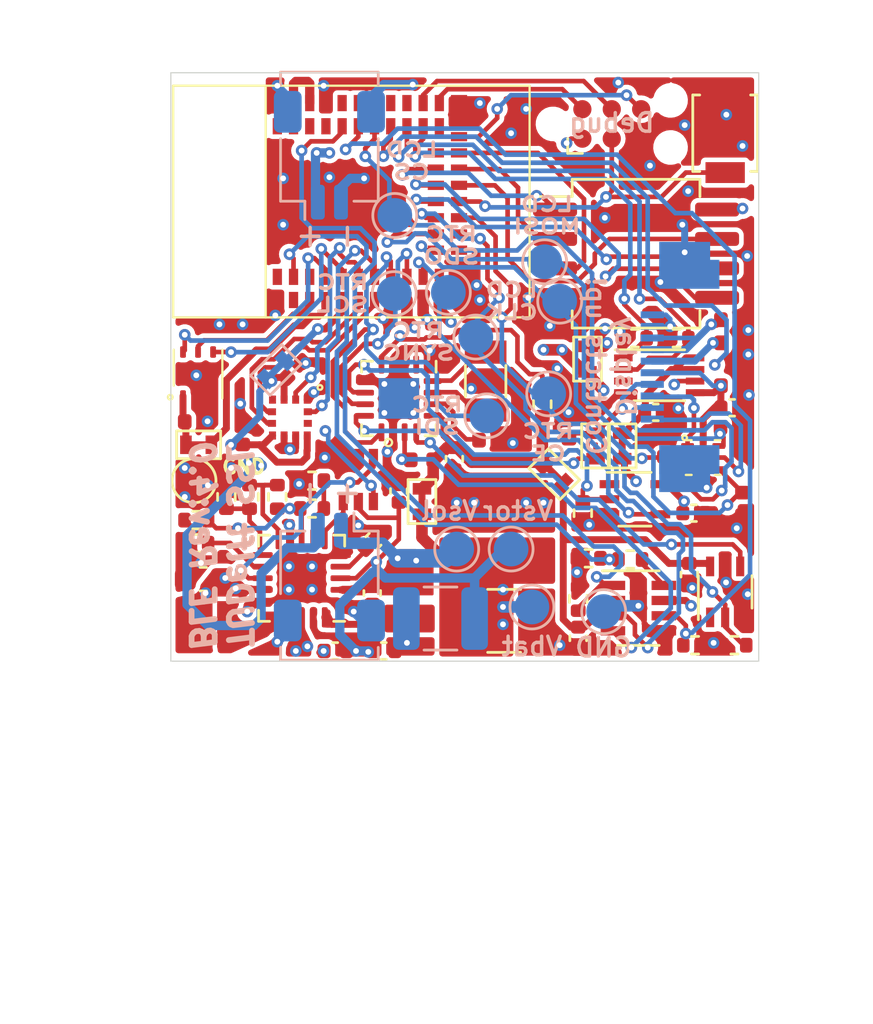
<source format=kicad_pcb>
(kicad_pcb (version 20211014) (generator pcbnew)
  (layers (0 "F.Cu" signal) (1 "In1.Cu" signal) (2 "In2.Cu" signal) (31 "B.Cu" signal) (34 "B.Paste" user) (35 "F.Paste" user) (36 "B.SilkS" user "B.Silkscreen") (37 "F.SilkS" user "F.Silkscreen") (38 "B.Mask" user) (39 "F.Mask" user) (44 "Edge.Cuts" user))
  (net 0 "")
  (net 1 "GND")
  (net 2 "+BATT")
  (net 3 "/Display/VCC_DISP")
  (net 4 "/LUX_VCC")
  (net 5 "/ACC_VCC")
  (net 6 "Net-(C11-Pad1)")
  (net 7 "Net-(C13-Pad1)")
  (net 8 "/LCD_CLK")
  (net 9 "/LCD_MOSI")
  (net 10 "/LCD_CS")
  (net 11 "/MCU/nRESET")
  (net 12 "/MCU/SWO")
  (net 13 "/MCU/SWDCLK")
  (net 14 "/MCU/SWDIO")
  (net 15 "/LCD_RTC_EXTCOMIN")
  (net 16 "/LUX_SDA")
  (net 17 "/LUX_SCL")
  (net 18 "/RTC_SCL")
  (net 19 "/ACC_SDA")
  (net 20 "/ACC_SCL")
  (net 21 "/LUX_INT")
  (net 22 "/Solar Harvester/VBAT_OK")
  (net 23 "/ACC_INT1")
  (net 24 "/ACC_INT2")
  (net 31 "Net-(U7-Pad29)")
  (net 41 "/MCU/FRAM_nHOLD")
  (net 42 "/MCU/FRAM_CLK")
  (net 43 "/MCU/FRAM_MOSI")
  (net 44 "/MCU/FRAM_nWP")
  (net 45 "/MCU/FRAM_MISO")
  (net 46 "/MCU/FRAM_nCS")
  (net 47 "Net-(C7-Pad1)")
  (net 48 "Net-(C8-Pad1)")
  (net 49 "/MCU/VDD_MCU")
  (net 50 "/RTC_SYNC")
  (net 51 "/LCD_FF_CLK")
  (net 52 "/LCD_FF_PWR")
  (net 53 "/LCD_FF_DISP")
  (net 57 "/RTC-PWR Management/~{INT_IRQ}")
  (net 58 "/RTC_SYNC_EN")
  (net 59 "Net-(C10-Pad1)")
  (net 60 "/~{RTC_CE}")
  (net 61 "/RTC_SDO")
  (net 62 "/RTC_SDI")
  (net 63 "Net-(U10-Pad16)")
  (net 64 "Net-(U10-Pad15)")
  (net 66 "/VCC_MCU")
  (net 67 "/Solar Harvester/VSOLAR")
  (net 68 "/Solar Harvester/VSTOR")
  (net 69 "/Solar Harvester/VOUT_EN")
  (net 70 "Net-(L1-Pad2)")
  (net 71 "Net-(L2-Pad1)")
  (net 72 "Net-(R12-Pad2)")
  (net 73 "Net-(R12-Pad1)")
  (net 74 "Net-(R14-Pad2)")
  (net 75 "Net-(R17-Pad2)")
  (net 76 "Net-(R18-Pad2)")
  (net 77 "/Display/DISP_CLK")
  (net 78 "/Display/DISP_CS")
  (net 79 "/MCU/ADC_VBAT_EN")
  (net 80 "/MCU/ADC_VBAT")
  (net 81 "Net-(R2-Pad1)")
  (net 82 "/Display/DISP_MOSI")
  (net 83 "Net-(U10-Pad12)")
  (net 84 "Net-(C23-Pad1)")
  (net 85 "Net-(R22-Pad1)")
  (net 86 "/Display/VIN_DC")
  (net 87 "/Display/DISP_EXTCOMIN")
  (net 88 "/RTC-PWR Management/~{SYS_EN}")
  (net 91 "Net-(J3-Pad2)")
  (footprint "Capacitor_SMD:C_0402_1005Metric" (layer "F.Cu") (at 26.485 43)
    (fp_text reference "C7" hide)
    (fp_text value "100nF")
  )
  (footprint "Capacitor_SMD:C_0402_1005Metric" (layer "F.Cu") (at 30.75 40.75 45)
    (fp_text reference "C9" hide)
    (fp_text value "100nF")
  )
  (footprint "Capacitor_SMD:C_0402_1005Metric" (layer "F.Cu") (at 39.2 43.8)
    (fp_text reference "C11" hide)
    (fp_text value "47pF")
  )
  (footprint "Resistor_SMD:R_0402_1005Metric" (layer "F.Cu") (at 42.6 43.25 90)
    (fp_text reference "R4" hide)
    (fp_text value "0")
  )
  (footprint "Resistor_SMD:R_0402_1005Metric" (layer "F.Cu") (at 46.725 44.025 -90)
    (fp_text reference "R6" hide)
    (fp_text value "10M")
  )
  (footprint "Resistor_SMD:R_0402_1005Metric" (layer "F.Cu") (at 50.1 46.55 90)
    (fp_text reference "R7" hide)
    (fp_text value "10M")
  )
  (footprint "Resistor_SMD:R_0402_1005Metric" (layer "F.Cu") (at 49.635 43.25 180)
    (fp_text reference "R8" hide)
    (fp_text value "10M")
  )
  (footprint "Resistor_SMD:R_0402_1005Metric" (layer "F.Cu") (at 36.25 44.65 180)
    (fp_text reference "R10" hide)
    (fp_text value "100k")
  )
  (footprint "jaspers_footprints:USON6-OPT3004" (layer "F.Cu") (at 26.575 40.945001 90)
    (fp_text reference "U4" hide)
    (fp_text value "OPT3004")
  )
  (footprint "jaspers_footprints:BMA400" (layer "F.Cu") (at 30.542252 42.825001 180)
    (fp_text reference "U5" hide)
    (fp_text value "BMA400")
  )
  (footprint "jaspers_footprints:EYSKBNZWB" (layer "F.Cu") (at 30 37.75)
    (fp_text reference "U7" hide)
    (fp_text value "EYSKBNZWB")
  )
  (footprint "Package_SO:SO-8_5.3x6.2mm_P1.27mm" (layer "F.Cu") (at 45.5 35.75)
    (fp_text reference "U8" hide)
    (fp_text value "MB85RS4MT")
  )
  (footprint "Crystal:Crystal_SMD_3215-2Pin_3.2x1.5mm" (layer "F.Cu") (at 39 41.25 -90)
    (fp_text reference "Y1" hide)
    (fp_text value "ABS07W-32.768KHZ-J-1-T")
  )
  (footprint "Capacitor_SMD:C_0402_1005Metric" (layer "F.Cu") (at 28.5 43.5 90)
    (fp_text reference "C8" hide)
    (fp_text value "100nF")
  )
  (footprint "Capacitor_SMD:C_0402_1005Metric" (layer "F.Cu") (at 46.35 42.6)
    (fp_text reference "C3" hide)
    (fp_text value "100nF")
  )
  (footprint "jaspers_footprints:SolderJumper-small-nc" (layer "F.Cu") (at 26.55 44)
    (fp_text reference "JP1" hide)
    (fp_text value "Jumper_NC_Small")
  )
  (footprint "jaspers_footprints:SolderJumper-small-nc" (layer "F.Cu") (at 36.25 46.5 90)
    (fp_text reference "JP9" hide)
    (fp_text value "Jumper_NC_Small")
  )
  (footprint "jaspers_footprints:SolderJumper-small-nc" (layer "F.Cu") (at 44.9 44 -90)
    (fp_text reference "JP11" hide)
    (fp_text value "Jumper_NC_Small")
  )
  (footprint "jaspers_footprints:SolderJumper-small-nc" (layer "F.Cu") (at 43.4 40.25 -90)
    (fp_text reference "JP12" hide)
    (fp_text value "Jumper_NC_Small")
  )
  (footprint "Resistor_SMD:R_0402_1005Metric" (layer "F.Cu") (at 41.45 42.25 90)
    (fp_text reference "R3" hide)
    (fp_text value "10M")
  )
  (footprint "Capacitor_SMD:C_0402_1005Metric" (layer "F.Cu") (at 37.65 44.6 -90)
    (fp_text reference "C10" hide)
    (fp_text value "100nF")
  )
  (footprint "Button_Switch_SMD:SW_SPST_B3U-1000P" (layer "F.Cu") (at 49.35 30.55 -90)
    (fp_text reference "SW2" hide)
    (fp_text value "SW_Push")
  )
  (footprint "Resistor_SMD:R_0402_1005Metric" (layer "F.Cu") (at 47.25 39.4 180)
    (fp_text reference "R5" hide)
    (fp_text value "10M")
  )
  (footprint "Resistor_SMD:R_0402_1005Metric" (layer "F.Cu") (at 45.45 39.4 180)
    (fp_text reference "R9" hide)
    (fp_text value "10M")
  )
  (footprint "Capacitor_SMD:C_0402_1005Metric" (layer "F.Cu") (at 43 52.35 -90)
    (fp_text reference "C25" hide)
    (fp_text value "100nF")
  )
  (footprint "jaspers_footprints:SolderJumper-small-nc" (layer "F.Cu") (at 42 45.3 135)
    (fp_text reference "JP14" hide)
    (fp_text value "Jumper_NC_Small")
  )
  (footprint "Package_DFN_QFN:QFN-16-1EP_3x3mm_P0.5mm_EP1.75x1.75mm_ThermalVias" (layer "F.Cu") (at 35.25 42 -90)
    (fp_text reference "U10" hide)
    (fp_text value "AB1815")
  )
  (footprint "Resistor_SMD:R_0402_1005Metric" (layer "F.Cu") (at 48.05 52.65)
    (fp_text reference "R15" hide)
    (fp_text value "10M")
  )
  (footprint "Capacitor_SMD:C_0402_1005Metric" (layer "F.Cu") (at 34.1 50.4 90)
    (fp_text reference "C12" hide)
    (fp_text value "4.7uF")
  )
  (footprint "Capacitor_SMD:C_0402_1005Metric" (layer "F.Cu") (at 34.15 48.15 45)
    (fp_text reference "C13" hide)
    (fp_text value "10nF")
  )
  (footprint "Capacitor_SMD:C_0402_1005Metric" (layer "F.Cu") (at 32.5 52.9)
    (fp_text reference "C15" hide)
    (fp_text value "10nF")
  )
  (footprint "Capacitor_SMD:C_0402_1005Metric" (layer "F.Cu") (at 34.6 52.9 180)
    (fp_text reference "C16" hide)
    (fp_text value "4.7uF")
  )
  (footprint "Capacitor_SMD:C_1210_3225Metric" (layer "F.Cu") (at 39.8 51.6 180)
    (fp_text reference "C17" hide)
    (fp_text value "100uF")
  )
  (footprint "jaspers_footprints:CPX3225A" (layer "F.Cu") (at 41 48 90)
    (fp_text reference "C18" hide)
    (fp_text value "CPX3225A")
  )
  (footprint "jaspers_footprints:CPX3225A" (layer "F.Cu") (at 38.2 48 90)
    (fp_text reference "C19" hide)
    (fp_text value "CPX3225A")
  )
  (footprint "Capacitor_SMD:C_0603_1608Metric" (layer "F.Cu") (at 26.8 49.8 180)
    (fp_text reference "C20" hide)
    (fp_text value "22uF")
  )
  (footprint "Resistor_SMD:R_0402_1005Metric" (layer "F.Cu") (at 31.5 46.75)
    (fp_text reference "R12" hide)
    (fp_text value "3.9M")
  )
  (footprint "Resistor_SMD:R_0402_1005Metric" (layer "F.Cu") (at 31.5 45.55 180)
    (fp_text reference "R13" hide)
    (fp_text value "9.1M")
  )
  (footprint "Resistor_SMD:R_0402_1005Metric" (layer "F.Cu") (at 26.5 47.25 180)
    (fp_text reference "R14" hide)
    (fp_text value "5.23M")
  )
  (footprint "Resistor_SMD:R_0402_1005Metric" (layer "F.Cu") (at 26.5 48.25 180)
    (fp_text reference "R16" hide)
    (fp_text value "9.1M")
  )
  (footprint "Resistor_SMD:R_0402_1005Metric" (layer "F.Cu") (at 30 46.25 90)
    (fp_text reference "R17" hide)
    (fp_text value "3.16M")
  )
  (footprint "Resistor_SMD:R_0402_1005Metric" (layer "F.Cu") (at 28.8 46.25 -90)
    (fp_text reference "R18" hide)
    (fp_text value "4.53M")
  )
  (footprint "Resistor_SMD:R_0402_1005Metric" (layer "F.Cu") (at 27.8 46.25 90)
    (fp_text reference "R19" hide)
    (fp_text value "6.8M")
  )
  (footprint "Package_DFN_QFN:QFN-20-1EP_3.5x3.5mm_P0.5mm_EP2x2mm" (layer "F.Cu") (at 31.05 49.76 180)
    (fp_text reference "U1" hide)
    (fp_text value "BQ25570")
  )
  (footprint "jaspers_footprints:VLS252012CX-1" (layer "F.Cu") (at 35.7 50.7 -90)
    (fp_text reference "L1" hide)
    (fp_text value "VLS252012CX-220M-1")
  )
  (footprint "jaspers_footprints:VLS252012CX-1" (layer "F.Cu") (at 27 51.75 180)
    (fp_text reference "L2" hide)
    (fp_text value "VLS252012CX-100M-1")
  )
  (footprint "Connector:Tag-Connect_TC2030-IDC-NL_2x03_P1.27mm_Vertical" (layer "F.Cu") (at 44.45 30.15)
    (fp_text reference "J2" hide)
    (fp_text value "TC2030")
  )
  (footprint "Capacitor_SMD:C_0402_1005Metric" (layer "F.Cu") (at 49.65 42.4)
    (fp_text reference "C21" hide)
    (fp_text value "100nF")
  )
  (footprint "Resistor_SMD:R_0402_1005Metric" (layer "F.Cu") (at 43 50.65 90)
    (fp_text reference "R1" hide)
    (fp_text value "10M")
  )
  (footprint "Resistor_SMD:R_0402_1005Metric" (layer "F.Cu") (at 45.25 48.95 180)
    (fp_text reference "R2" hide)
    (fp_text value "100k")
  )
  (footprint "Resistor_SMD:R_0402_1005Metric" (layer "F.Cu") (at 43.45 48.9 180)
    (fp_text reference "R20" hide)
    (fp_text value "200k")
  )
  (footprint "Package_TO_SOT_SMD:SOT-23-8" (layer "F.Cu") (at 45.6 51.05)
    (fp_text reference "U6" hide)
    (fp_text value "TS3A4741DCN")
  )
  (footprint "jaspers_footprints:Texas_RSE_8_UQFN" (layer "F.Cu") (at 48.4 44.55)
    (fp_text reference "U9" hide)
    (fp_text value "SN74AUP3G34RSE")
  )
  (footprint "Capacitor_SMD:C_0402_1005Metric" (layer "F.Cu") (at 47.8 49.6 -90)
    (fp_text reference "C23" hide)
    (fp_text value "100nF")
  )
  (footprint "Resistor_SMD:R_0402_1005Metric" (layer "F.Cu") (at 49.75 52.65 180)
    (fp_text reference "R21" hide)
    (fp_text value "10M")
  )
  (footprint "jaspers_footprints:Texas_R-PDSO-G5" (layer "F.Cu") (at 49.35 50.35 90)
    (fp_text reference "U11" hide)
    (fp_text value "SN74AUP1G04DCK")
  )
  (footprint "jaspers_footprints:Texas_R-PDSO-G5" (layer "F.Cu") (at 45.45 46.35)
    (fp_text reference "U12" hide)
    (fp_text value "SN74AUP1G34DCK")
  )
  (footprint "Capacitor_SMD:C_0402_1005Metric" (layer "F.Cu") (at 49.65 41.45)
    (fp_text reference "C4" hide)
    (fp_text value "100nF")
  )
  (footprint "Capacitor_SMD:C_0402_1005Metric" (layer "F.Cu") (at 49.65 38.6)
    (fp_text reference "C5" hide)
    (fp_text value "1uF")
  )
  (footprint "Capacitor_SMD:C_0402_1005Metric" (layer "F.Cu") (at 49.65 39.6)
    (fp_text reference "C6" hide)
    (fp_text value "1uF")
  )
  (footprint "Capacitor_SMD:C_0402_1005Metric" (layer "F.Cu") (at 48 46.95)
    (fp_text reference "C22" hide)
    (fp_text value "100nF")
  )
  (footprint "Resistor_SMD:R_0402_1005Metric" (layer "F.Cu") (at 43.2 46.95 -90)
    (fp_text reference "R22" hide)
    (fp_text value "10M")
  )
  (footprint "jaspers_footprints:SMOX_PCB_TESTPOINT" (layer "F.Cu") (at 26.4 45.55)
    (fp_text reference "TP18" hide)
    (fp_text value "TestPoint")
  )
  (footprint "Capacitor_SMD:C_0402_1005Metric" (layer "F.Cu") (at 35.25 46 90)
    (fp_text reference "C1" hide)
    (fp_text value "100nF")
  )
  (footprint "jaspers_footprints:SC70-6" (layer "F.Cu") (at 33.5 45.5)
    (fp_text reference "U3" hide)
    (fp_text value "74AUP1G97DCK")
  )
  (footprint "Package_SO:VSSOP-8_2.3x2mm_P0.5mm" (layer "F.Cu") (at 46.5 41)
    (fp_text reference "U2" hide)
    (fp_text value "74AUP1G74")
  )
  (footprint "jaspers_footprints:SolderJumper-small-no-150um" (layer "F.Cu") (at 43.75 44 -90)
    (fp_text reference "JP3" hide)
    (fp_text value "Jumper_2_Open")
  )
  (footprint "jaspers_footprints:FPC_10_TOP" (layer "B.Cu") (at 46.5 40.64 -90)
    (fp_text reference "J1" hide)
    (fp_text value "52745-1097")
  )
  (footprint "jaspers_footprints:SMOX_PCB_TESTPOINT" (layer "B.Cu") (at 37.75 48.5)
    (fp_text reference "TP1" hide)
    (fp_text value "TestPoint")
  )
  (footprint "jaspers_footprints:SMOX_PCB_TESTPOINT" (layer "B.Cu") (at 37.39 37.42)
    (fp_text reference "TP13" hide)
    (fp_text value "TestPoint")
  )
  (footprint "jaspers_footprints:SMOX_PCB_TESTPOINT" (layer "B.Cu") (at 35.05 37.475)
    (fp_text reference "TP14" hide)
    (fp_text value "TestPoint")
  )
  (footprint "jaspers_footprints:SMOX_PCB_TESTPOINT" (layer "B.Cu") (at 42.2 37.8)
    (fp_text reference "TP11" hide)
    (fp_text value "TestPoint")
  )
  (footprint "jaspers_footprints:SMOX_PCB_TESTPOINT" (layer "B.Cu") (at 35.075 34.1)
    (fp_text reference "TP9" hide)
    (fp_text value "TestPoint")
  )
  (footprint "jaspers_footprints:SMOX_PCB_TESTPOINT" (layer "B.Cu") (at 41.55 36.1)
    (fp_text reference "TP12" hide)
    (fp_text value "TestPoint")
  )
  (footprint "jaspers_footprints:SolderJumper-small-nc" (layer "B.Cu") (at 29.9 40.8 45)
    (fp_text reference "JP2" hide)
    (fp_text value "Jumper_NC_Small")
  )
  (footprint "jaspers_footprints:SMOX_PCB_TESTPOINT" (layer "B.Cu") (at 38.575 39.35)
    (fp_text reference "TP4" hide)
    (fp_text value "TestPoint")
  )
  (footprint "jaspers_footprints:SMOX_PCB_TESTPOINT" (layer "B.Cu") (at 40.1 48.5)
    (fp_text reference "TP2" hide)
    (fp_text value "TestPoint")
  )
  (footprint "jaspers_footprints:SMOX_PCB_TESTPOINT" (layer "B.Cu") (at 41 51)
    (fp_text reference "TP3" hide)
    (fp_text value "TestPoint")
  )
  (footprint "Capacitor_SMD:C_1210_3225Metric" (layer "B.Cu") (at 37.05 51.5)
    (fp_text reference "C14" hide)
    (fp_text value "100uF")
  )
  (footprint "jaspers_footprints:Molex_Pico-Clasp_202396-0207_1x02-1MP_P1.00mm_Horizontal" (layer "B.Cu") (at 32.25 31.5)
    (fp_text reference "J4" hide)
    (fp_text value "2023960207")
  )
  (footprint "jaspers_footprints:Molex_Pico-Clasp_202396-0207_1x02-1MP_P1.00mm_Horizontal" (layer "B.Cu") (at 32.25 49.71 180)
    (fp_text reference "J3" hide)
    (fp_text value "2023960207")
  )
  (footprint "jaspers_footprints:SMOX_PCB_TESTPOINT" (layer "B.Cu") (at 41.725 41.8)
    (fp_text reference "TP7" hide)
    (fp_text value "TestPoint")
  )
  (footprint "jaspers_footprints:SMOX_PCB_TESTPOINT" (layer "B.Cu") (at 39.05 42.75)
    (fp_text reference "TP5" hide)
    (fp_text value "TestPoint")
  )
  (footprint "jaspers_footprints:SMOX_PCB_TESTPOINT" (layer "B.Cu") (at 44.1 51.2)
    (fp_text reference "TP6" hide)
    (fp_text value "TestPoint")
  )
  (gr_line (start 50.8 27.94) (end 25.4 27.94) (layer "Edge.Cuts") (width 0.05))
  (gr_line (start 25.4 53.34) (end 50.8 53.34) (layer "Edge.Cuts") (width 0.05))
  (gr_line (start 25.4 27.94) (end 25.4 53.34) (layer "Edge.Cuts") (width 0.05))
  (gr_line (start 50.8 53.34) (end 50.8 27.94) (layer "Edge.Cuts") (width 0.05))
  (gr_text "RTC\nSDO" (at 37.525 35.4) (layer "B.SilkS") (effects (font (size 0.6 0.8)) (justify mirror)))
  (gr_text "LCD\nCS" (at 35.8 31.75) (layer "B.SilkS") (effects (font (size 0.6 0.8)) (justify mirror)))
  (gr_text "LCD\nCLK" (at 40.125 37.8) (layer "B.SilkS") (effects (font (size 0.6 0.8)) (justify mirror)))
  (gr_text "Vbat" (at 41 52.7) (layer "B.SilkS") (effects (font (size 0.8 0.8)) (justify mirror)))
  (gr_text "Debug" (at 44.45 30.1) (layer "B.SilkS") (effects (font (size 0.8 0.8)) (justify mirror)))
  (gr_text "+\n-" (at 32.15 35 90) (layer "B.SilkS") (effects (font (size 1 1)) (justify mirror)))
  (gr_text "RTC\nSYNC" (at 36.1 39.55) (layer "B.SilkS") (effects (font (size 0.6 0.8)) (justify mirror)))
  (gr_text "RTC\nSDI" (at 36.9 42.75) (layer "B.SilkS") (effects (font (size 0.6 0.8)) (justify mirror)))
  (gr_text "Vsol" (at 37.45 46.85) (layer "B.SilkS") (effects (font (size 0.8 0.8)) (justify mirror)))
  (gr_text "Vstor" (at 40.4 46.85) (layer "B.SilkS") (effects (font (size 0.8 0.8)) (justify mirror)))
  (gr_text "RTC\nCE" (at 41.7 43.9) (layer "B.SilkS") (effects (font (size 0.6 0.8)) (justify mirror)))
  (gr_text "GND" (at 44.1 52.75) (layer "B.SilkS") (effects (font (size 0.8 0.8)) (justify mirror)))
  (gr_text "LCD\nMOSI" (at 41.65 34.1) (layer "B.SilkS") (effects (font (size 0.6 0.8)) (justify mirror)))
  (gr_text "RTC\nSCL" (at 32.825 37.475) (layer "B.SilkS") (effects (font (size 0.6 0.8)) (justify mirror)))
  (gr_text "-\n+" (at 32.15 46.1 90) (layer "B.SilkS") (effects (font (size 1 1)) (justify mirror)))
  (gr_text "Display\nContacts up!" (at 44.4 40.6 270) (layer "B.SilkS") (effects (font (size 0.8 0.8)) (justify mirror)))
  (gr_text "TUDelft SSL\nBLE Rev:4.0" (at 27.55 48.4 -90) (layer "B.SilkS") (effects (font (size 1 1) (thickness 0.25) italic) (justify mirror)))
  (gr_text "GND" (at 28.55 44.95) (layer "F.SilkS") (effects (font (size 0.6 0.6))))
  (segment (start 26.985 42.985) (end 26.97 43) (width 0.3) (layer "F.Cu") (net 1))
  (segment (start 45.84 51.14) (end 45.84 51.725002) (width 0.2) (layer "F.Cu") (net 1))
  (segment (start 30.542252 44.207748) (end 30.292252 44.207748) (width 0.3) (layer "F.Cu") (net 1))
  (segment (start 35.07 40.185702) (end 35.355702 39.9) (width 0.3) (layer "F.Cu") (net 1))
  (segment (start 28.699994 51.000006) (end 28.699994 51.2) (width 0.3) (layer "F.Cu") (net 1))
  (segment (start 32.1 29.25) (end 32.1 28.6) (width 0.3) (layer "F.Cu") (net 1))
  (segment (start 32.1 28.6) (end 32 28.5) (width 0.3) (layer "F.Cu") (net 1))
  (segment (start 30.292252 44.207748) (end 30.534965 44.207748) (width 0.3) (layer "F.Cu") (net 1))
  (segment (start 27 42.5) (end 27.225 42.275) (width 0.3) (layer "F.Cu") (net 1))
  (segment (start 49.35 29.7) (end 49.4 29.75) (width 0.2) (layer "F.Cu") (net 1))
  (segment (start 37.85 37.6) (end 38.6 37.6) (width 0.3) (layer "F.Cu") (net 1))
  (segment (start 26.575 41.895001) (end 26.575 42.325) (width 0.3) (layer "F.Cu") (net 1))
  (segment (start 32.7375 50.76) (end 33.177504 51.200004) (width 0.2) (layer "F.Cu") (net 1))
  (segment (start 30 38.326474) (end 29.913237 38.413237) (width 0.3) (layer "F.Cu") (net 1))
  (segment (start 35.07 40.5175) (end 35.07 40.185702) (width 0.3) (layer "F.Cu") (net 1))
  (segment (start 34.765453 38.534547) (end 34.56833 38.534547) (width 0.3) (layer "F.Cu") (net 1))
  (segment (start 42 37.655) (end 40.845008 37.655) (width 0.3) (layer "F.Cu") (net 1))
  (segment (start 48.4 45.2) (end 48.4 45.7) (width 0.2) (layer "F.Cu") (net 1))
  (segment (start 35.412839 39.84999) (end 36.504752 39.84999) (width 0.3) (layer "F.Cu") (net 1))
  (segment (start 43.761277 42.765) (end 42.6 42.765) (width 0.3) (layer "F.Cu") (net 1))
  (segment (start 27.225 42.275) (end 27.225 41.895001) (width 0.3) (layer "F.Cu") (net 1))
  (segment (start 31.235 40.407027) (end 31.224968 40.417059) (width 0.2) (layer "F.Cu") (net 1))
  (segment (start 27 42.5) (end 27 42.97) (width 0.3) (layer "F.Cu") (net 1))
  (segment (start 44.95 41.75) (end 44.776277 41.75) (width 0.3) (layer "F.Cu") (net 1))
  (segment (start 30.792252 43.600001) (end 30.792252 43.957748) (width 0.3) (layer "F.Cu") (net 1))
  (segment (start 49.35 28.85) (end 49.35 29.7) (width 0.2) (layer "F.Cu") (net 1))
  (segment (start 45.84 51.725002) (end 46.169998 52.055) (width 0.2) (layer "F.Cu") (net 1))
  (segment (start 31.292252 42.050001) (end 31.574979 41.767274) (width 0.3) (layer "F.Cu") (net 1))
  (segment (start 46.169998 52.055) (end 46.7 52.055) (width 0.2) (layer "F.Cu") (net 1))
  (segment (start 31.574979 41.767274) (end 31.574979 41.724543) (width 0.3) (layer "F.Cu") (net 1))
  (segment (start 42.55 42.626433) (end 42.582165 42.594268) (width 0.3) (layer "F.Cu") (net 1))
  (segment (start 42.55 42.73) (end 42.55 42.626433) (width 0.3) (layer "F.Cu") (net 1))
  (segment (start 30.55 51.4475) (end 30.55 51.95) (width 0.3) (layer "F.Cu") (net 1))
  (segment (start 35.355702 39.9) (end 35.362829 39.9) (width 0.3) (layer "F.Cu") (net 1))
  (segment (start 26.75 42.5) (end 27 42.5) (width 0.3) (layer "F.Cu") (net 1))
  (segment (start 38.6 37.6) (end 38.75 37.75) (width 0.3) (layer "F.Cu") (net 1))
  (segment (start 29.3625 50.76) (end 28.94 50.76) (width 0.3) (layer "F.Cu") (net 1))
  (segment (start 36.504752 39.84999) (end 36.585463 39.930701) (width 0.3) (layer "F.Cu") (net 1))
  (segment (start 43 49.55) (end 42.95 49.5) (width 0.3) (layer "F.Cu") (net 1))
  (segment (start 37.85 36.3) (end 38.611956 37.061956) (width 0.3) (layer "F.Cu") (net 1))
  (segment (start 40.845008 37.655) (end 40.845004 37.654996) (width 0.3) (layer "F.Cu") (net 1))
  (segment (start 35.5 39.9) (end 35.57 39.97) (width 0.3) (layer "F.Cu") (net 1))
  (segment (start 30.55 51.95) (end 30 52.5) (width 0.3) (layer "F.Cu") (net 1))
  (segment (start 30 29.25) (end 30 28.5) (width 0.3) (layer "F.Cu") (net 1))
  (segment (start 48.4 45.7) (end 48.55 45.85) (width 0.2) (layer "F.Cu") (net 1))
  (segment (start 42.167758 38.867758) (end 41.772895 38.867758) (width 0.3) (layer "F.Cu") (net 1))
  (segment (start 26.575 42.325) (end 26.75 42.5) (width 0.3) (layer "F.Cu") (net 1))
  (segment (start 31.224968 40.417059) (end 31.224968 40.472014) (width 0.2) (layer "F.Cu") (net 1))
  (segment (start 30.534965 44.207748) (end 30.542723 44.19999) (width 0.3) (layer "F.Cu") (net 1))
  (segment (start 34.9 37.75) (end 34.9 38.4) (width 0.3) (layer "F.Cu") (net 1))
  (segment (start 34.9 38.4) (end 34.765453 38.534547) (width 0.3) (layer "F.Cu") (net 1))
  (segment (start 30 37.75) (end 30 38.326474) (width 0.3) (layer "F.Cu") (net 1))
  (segment (start 44.79999 39.148019) (end 44.79999 39.106861) (width 0.3) (layer "F.Cu") (net 1))
  (segment (start 36.3 37.75) (end 36.3 38.410816) (width 0.3) (layer "F.Cu") (net 1))
  (segment (start 30.792252 43.957748) (end 30.542252 44.207748) (width 0.3) (layer "F.Cu") (net 1))
  (segment (start 38.6 29.4) (end 38.75 29.25) (width 0.3) (layer "F.Cu") (net 1))
  (segment (start 27 42.97) (end 26.985 42.985) (width 0.3) (layer "F.Cu") (net 1))
  (segment (start 42.43 39.13) (end 42.167758 38.867758) (width 0.3) (layer "F.Cu") (net 1))
  (segment (start 28.94 50.76) (end 28.699994 51.000006) (width 0.3) (layer "F.Cu") (net 1))
  (segment (start 30.292252 43.600001) (end 30.292252 44.207748) (width 0.3) (layer "F.Cu") (net 1))
  (segment (start 38.611956 37.061956) (end 38.611956 37.106604) (width 0.3) (layer "F.Cu") (net 1))
  (segment (start 28.5 43.015) (end 28.39999 42.91499) (width 0.3) (layer "F.Cu") (net 1))
  (segment (start 44.85 39.198029) (end 44.79999 39.148019) (width 0.3) (layer "F.Cu") (net 1))
  (segment (start 37.85 29.4) (end 38.6 29.4) (width 0.3) (layer "F.Cu") (net 1))
  (segment (start 35.362829 39.9) (end 35.5 39.9) (width 0.3) (layer "F.Cu") (net 1))
  (segment (start 33.177504 51.200004) (end 33.3 51.200004) (width 0.2) (layer "F.Cu") (net 1))
  (segment (start 28.39999 42.91499) (end 28.39999 42.224435) (width 0.3) (layer "F.Cu") (net 1))
  (segment (start 36.3 38.410816) (end 36.482491 38.593307) (width 0.3) (layer "F.Cu") (net 1))
  (segment (start 35.57 39.97) (end 35.57 40.5175) (width 0.3) (layer "F.Cu") (net 1))
  (segment (start 35.362829 39.9) (end 35.412839 39.84999) (width 0.3) (layer "F.Cu") (net 1))
  (segment (start 44.776277 41.75) (end 43.761277 42.765) (width 0.3) (layer "F.Cu") (net 1))
  (segment (start 43 50.14) (end 43 49.55) (width 0.3) (layer "F.Cu") (net 1))
  (via (at 32 28.5) (size 0.5) (drill 0.25) (layers "F.Cu" "B.Cu") (net 1))
  (via (at 30.52 47.4605) (size 0.5) (drill 0.25) (layers "F.Cu" "B.Cu") (net 1))
  (via (at 32.25 32.45) (size 0.5) (drill 0.25) (layers "F.Cu" "B.Cu") (net 1))
  (via (at 42.2 52.65) (size 0.5) (drill 0.25) (layers "F.Cu" "B.Cu") (net 1))
  (via (at 31.224968 40.472014) (size 0.5) (drill 0.25) (layers "F.Cu" "B.Cu") (net 1))
  (via (at 38.75 29.25) (size 0.5) (drill 0.25) (layers "F.Cu" "B.Cu") (net 1))
  (via (at 37.75 46.5) (size 0.5) (drill 0.25) (layers "F.Cu" "B.Cu") (net 1))
  (via (at 33.3 51.200004) (size 0.5) (drill 0.25) (layers "F.Cu" "B.Cu") (net 1))
  (via (at 28.5 38.8) (size 0.5) (drill 0.25) (layers "F.Cu" "B.Cu") (net 1))
  (via (at 30.542723 44.19999) (size 0.5) (drill 0.25) (layers "F.Cu" "B.Cu") (net 1))
  (via (at 28 45) (size 0.5) (drill 0.25) (layers "F.Cu" "B.Cu") (net 1))
  (via (at 41.772895 38.867758) (size 0.5) (drill 0.25) (layers "F.Cu" "B.Cu") (net 1))
  (via (at 46.55 36.975) (size 0.5) (drill 0.25) (layers "F.Cu" "B.Cu") (net 1))
  (via (at 26.5 41) (size 0.5) (drill 0.25) (layers "F.Cu" "B.Cu") (net 1))
  (via (at 42.95 49.5) (size 0.5) (drill 0.25) (layers "F.Cu" "B.Cu") (net 1))
  (via (at 35.85 28.45) (size 0.5) (drill 0.25) (layers "F.Cu" "B.Cu") (net 1))
  (via (at 40.1 30.55) (size 0.5) (drill 0.25) (layers "F.Cu" "B.Cu") (net 1))
  (via (at 47.5 34.5) (size 0.5) (drill 0.25) (layers "F.Cu" "B.Cu") (net 1))
  (via (at 50.1 31.1) (size 0.5) (drill 0.25) (layers "F.Cu" "B.Cu") (net 1))
  (via (at 26.7 49.1) (size 0.5) (drill 0.25) (layers "F.Cu" "B.Cu") (net 1))
  (via (at 27 45.75) (size 0.5) (drill 0.25) (layers "F.Cu" "B.Cu") (net 1))
  (via (at 49.4 29.75) (size 0.5) (drill 0.25) (layers "F.Cu" "B.Cu") (net 1))
  (via (at 50.3 35.85) (size 0.5) (drill 0.25) (layers "F.Cu" "B.Cu") (net 1))
  (via (at 46.1 31.95) (size 0.5) (drill 0.25) (layers "F.Cu" "B.Cu") (net 1))
  (via (at 50.35 40.1) (size 0.5) (drill 0.25) (layers "F.Cu" "B.Cu") (net 1))
  (via (at 26 45) (size 0.5) (drill 0.25) (layers "F.Cu" "B.Cu") (net 1))
  (via (at 38.611956 37.106604) (size 0.5) (drill 0.25) (layers "F.Cu" "B.Cu") (net 1))
  (via (at 42.582165 42.594268) (size 0.5) (drill 0.25) (layers "F.Cu" "B.Cu") (net 1))
  (via (at 32 52.9) (size 0.5) (drill 0.25) (layers "F.Cu" "B.Cu") (net 1))
  (via (at 43.475 47.45) (size 0.5) (drill 0.25) (layers "F.Cu" "B.Cu") (net 1))
  (via (at 50.375 41.85) (size 0.5) (drill 0.25) (layers "F.Cu" "B.Cu") (net 1))
  (via (at 35.6 52.55) (size 0.5) (drill 0.25) (layers "F.Cu" "B.Cu") (net 1))
  (via (at 26 46.25) (size 0.5) (drill 0.25) (layers "F.Cu" "B.Cu") (net 1))
  (via (at 47.75 33.05) (size 0.5) (drill 0.25) (layers "F.Cu" "B.Cu") (net 1))
  (via (at 40.845004 37.654996) (size 0.5) (drill 0.25) (layers "F.Cu" "B.Cu") (net 1))
  (via (at 49.85 47.6) (size 0.5) (drill 0.25) (layers "F.Cu" "B.Cu") (net 1))
  (via (at 40.175 43.925) (size 0.5) (drill 0.25) (layers "F.Cu" "B.Cu") (net 1))
  (via (at 46.973436 38.88999) (size 0.5) (drill 0.25) (layers "F.Cu" "B.Cu") (net 1))
  (via (at 34.56833 38.534547) (size 0.5) (drill 0.25) (layers "F.Cu" "B.Cu") (net 1))
  (via (at 28.39999 42.224435) (size 0.5) (drill 0.25) (layers "F.Cu" "B.Cu") (net 1))
  (via (at 41.5 46.5) (size 0.5) (drill 0.25) (layers "F.Cu" "B.Cu") (net 1))
  (via (at 30.94 45.69) (size 0.5) (drill 0.25) (layers "F.Cu" "B.Cu") (net 1))
  (via (at 29.913237 38.413237) (size 0.5) (drill 0.25) (layers "F.Cu" "B.Cu") (net 1))
  (via (at 33.5 47.48) (size 0.5) (drill 0.25) (layers "F.Cu" "B.Cu") (net 1))
  (via (at 49.387395 49.940481) (size 0.5) (drill 0.25) (layers "F.Cu" "B.Cu") (net 1))
  (via (at 44.731064 28.36501) (size 0.5) (drill 0.25) (layers "F.Cu" "B.Cu") (net 1))
  (via (at 44.79999 39.106861) (size 0.5) (drill 0.25) (layers "F.Cu" "B.Cu") (net 1))
  (via (at 27.5 38.8) (size 0.5) (drill 0.25) (layers "F.Cu" "B.Cu") (net 1))
  (via (at 47.325 42.425) (size 0.5) (drill 0.25) (layers "F.Cu" "B.Cu") (net 1))
  (via (at 38.5 46.5) (size 0.5) (drill 0.25) (layers "F.Cu" "B.Cu") (net 1))
  (via (at 32.05 44.55) (size 0.5) (drill 0.25) (layers "F.Cu" "B.Cu") (net 1))
  (via (at 28.699994 51.2) (size 0.5) (drill 0.25) (layers "F.Cu" "B.Cu") (net 1))
  (via (at 30.25 34.5) (size 0.5) (drill 0.25) (layers "F.Cu" "B.Cu") (net 1))
  (via (at 50.35 39.05) (size 0.5) (drill 0.25) (layers "F.Cu" "B.Cu") (net 1))
  (via (at 45.6 50.95) (size 0.5) (drill 0.25) (layers "F.Cu" "B.Cu") (net 1))
  (via (at 40.75 46.5) (size 0.5) (drill 0.25) (layers "F.Cu" "B.Cu") (net 1))
  (via (at 31.574979 41.724543) (size 0.5) (drill 0.25) (layers "F.Cu" "B.Cu") (net 1))
  (via (at 30 28.5) (size 0.5) (drill 0.25) (layers "F.Cu" "B.Cu") (net 1))
  (via (at 30.5 50.25) (size 0.5) (drill 0.25) (layers "F.Cu" "B.Cu") (net 1))
  (via (at 30.25 32.5) (size 0.5) (drill 0.25) (layers "F.Cu" "B.Cu") (net 1))
  (via (at 47.925 50.175) (size 0.5) (drill 0.25) (layers "F.Cu" "B.Cu") (net 1))
  (via (at 38.75 37.75) (size 0.5) (drill 0.25) (layers "F.Cu" "B.Cu") (net 1))
  (via (at 48.55 45.85) (size 0.5) (drill 0.25) (layers "F.Cu" "B.Cu") (net 1))
  (via (at 26.985 42.985) (size 0.5) (drill 0.25) (layers "F.Cu" "B.Cu") (net 1))
  (via (at 31.5 49.25) (size 0.5) (drill 0.25) (layers "F.Cu" "B.Cu") (net 1))
  (via (at 34.757125 44.300004) (size 0.5) (drill 0.25) (layers "F.Cu" "B.Cu") (net 1))
  (via (at 50.325 50.45) (size 0.5) (drill 0.25) (layers "F.Cu" "B.Cu") (net 1))
  (via (at 48.85 52.55) (size 0.5) (drill 0.25) (layers "F.Cu" "B.Cu") (net 1))
  (via (at 40.75 29.5) (size 0.5) (drill 0.25) (layers "F.Cu" "B.Cu") (net 1))
  (via (at 30 52.5) (size 0.5) (drill 0.25) (layers "F.Cu" "B.Cu") (net 1))
  (via (at 33.75 32.5) (size 0.5) (drill 0.25) (layers "F.Cu" "B.Cu") (net 1))
  (via (at 30.5 49.25) (size 0.5) (drill 0.25) (layers "F.Cu" "B.Cu") (net 1))
  (via (at 44.15 34.2) (size 0.5) (drill 0.25) (layers "F.Cu" "B.Cu") (net 1))
  (via (at 36.585463 39.930701) (size 0.5) (drill 0.25) (layers "F.Cu" "B.Cu") (net 1))
  (via (at 36.482491 38.593307) (size 0.5) (drill 0.25) (layers "F.Cu" "B.Cu") (net 1))
  (via (at 31.5 50.25) (size 0.5) (drill 0.25) (layers "F.Cu" "B.Cu") (net 1))
  (via (at 47.6 35.69) (size 0.5) (drill 0.25) (layers "F.Cu" "B.Cu") (net 1))
  (via (at 38.375 41.575) (size 0.5) (drill 0.25) (layers "F.Cu" "B.Cu") (net 1))
  (via (at 42.1 40.7) (size 0.5) (drill 0.25) (layers "F.Cu" "B.Cu") (net 1))
  (via (at 47.6 30.2) (size 0.5) (drill 0.25) (layers "F.Cu" "B.Cu") (net 1))
  (segment (start 47.6 35.69) (end 47.6 34.6) (width 0.3) (layer "B.Cu") (net 1))
  (segment (start 30 28.55) (end 30.5 29.05) (width 0.4) (layer "B.Cu") (net 1))
  (segment (start 34.6 28.45) (end 35.85 28.45) (width 0.4) (layer "B.Cu") (net 1))
  (segment (start 30 28.5) (end 30 28.55) (width 0.4) (layer "B.Cu") (net 1))
  (segment (start 47.6 34.6) (end 47.5 34.5) (width 0.3) (layer "B.Cu") (net 1))
  (segment (start 45.6 50.95) (end 44.35 50.95) (width 0.5) (layer "B.Cu") (net 1))
  (segment (start 34.05 51.585) (end 33.684996 51.585) (width 0.4) (layer "B.Cu") (net 1))
  (segment (start 46.973426 38.89) (end 46.973436 38.88999) (width 0.2) (layer "B.Cu") (net 1))
  (segment (start 47.8 44.64) (end 47.8 45.1) (width 0.2) (layer "B.Cu") (net 1))
  (segment (start 30.5 29.575) (end 30.45 29.625) (width 0.4) (layer "B.Cu") (net 1))
  (segment (start 46.2 38.89) (end 46.973426 38.89) (width 0.2) (layer "B.Cu") (net 1))
  (segment (start 47.8 45.1) (end 48.55 45.85) (width 0.2) (layer "B.Cu") (net 1))
  (segment (start 30.45 52.05) (end 30 52.5) (width 0.4) (layer "B.Cu") (net 1))
  (segment (start 46.79 38.39) (end 46.973436 38.573436) (width 0.2) (layer "B.Cu") (net 1))
  (segment (start 30.45 51.585) (end 30.45 52.05) (width 0.4) (layer "B.Cu") (net 1))
  (segment (start 46.2 38.39) (end 46.79 38.39) (width 0.2) (layer "B.Cu") (net 1))
  (segment (start 47.6 36.04) (end 47.6 35.69) (width 0.3) (layer "B.Cu") (net 1))
  (segment (start 34.05 29) (end 34.6 28.45) (width 0.4) (layer "B.Cu") (net 1))
  (segment (start 47.94 45.24) (end 48.55 45.85) (width 0.2) (layer "B.Cu") (net 1))
  (segment (start 33.15 32.5) (end 33.75 32.5) (width 0.4) (layer "B.Cu") (net 1))
  (segment (start 46.973436 38.573436) (end 46.973436 38.88999) (width 0.2) (layer "B.Cu") (net 1))
  (segment (start 33.684996 51.585) (end 33.3 51.200004) (width 0.4) (layer "B.Cu") (net 1))
  (segment (start 32.75 33.525) (end 32.75 32.9) (width 0.4) (layer "B.Cu") (net 1))
  (segment (start 44.35 50.95) (end 44.1 51.2) (width 0.5) (layer "B.Cu") (net 1))
  (segment (start 34.05 29.625) (end 34.05 29) (width 0.4) (layer "B.Cu") (net 1))
  (segment (start 32.75 32.9) (end 33.15 32.5) (width 0.4) (layer "B.Cu") (net 1))
  (segment (start 30.5 29.05) (end 30.5 29.575) (width 0.4) (layer "B.Cu") (net 1))
  (segment (start 36.25 48) (end 37.35 49.1) (width 0.5) (layer "F.Cu") (net 2))
  (segment (start 45.5 45.55) (end 45.5 45.575) (width 0.3) (layer "F.Cu") (net 2))
  (segment (start 45 44.6) (end 45 45.05) (width 0.3) (layer "F.Cu") (net 2))
  (segment (start 46.7 50.72) (end 47.645 50.72) (width 0.3) (layer "F.Cu") (net 2))
  (segment (start 36.25 47) (end 36.25 48) (width 0.5) (layer "F.Cu") (net 2))
  (segment (start 37.35 49.1) (end 38.2 49.1) (width 0.5) (layer "F.Cu") (net 2))
  (segment (start 45 45.05) (end 45.5 45.55) (width 0.3) (layer "F.Cu") (net 2))
  (segment (start 47.645 50.72) (end 47.875 50.95) (width 0.3) (layer "F.Cu") (net 2))
  (via (at 47.875 50.95) (size 0.5) (drill 0.25) (layers "F.Cu" "B.Cu") (net 2))
  (via (at 39.75 50.25) (size 0.5) (drill 0.25) (layers "F.Cu" "B.Cu") (net 2))
  (via (at 31.3 52.7) (size 0.5) (drill 0.25) (layers "F.Cu" "B.Cu") (net 2))
  (via (at 39.75 51.75) (size 0.5) (drill 0.25) (layers "F.Cu" "B.Cu") (net 2))
  (via (at 39.75 51) (size 0.5) (drill 0.25) (layers "F.Cu" "B.Cu") (net 2))
  (via (at 45.5 45.575) (size 0.5) (drill 0.25) (layers "F.Cu" "B.Cu") (net 2))
  (via (at 30.8 52.9) (size 0.5) (drill 0.25) (layers "F.Cu" "B.Cu") (net 2))
  (segment (start 41 51) (end 39.75 51) (width 0.5) (layer "B.Cu") (net 2))
  (segment (start 48.05 41.75) (end 48.865006 41.75) (width 0.3) (layer "F.Cu") (net 3))
  (segment (start 48.865006 41.75) (end 49.165006 41.45) (width 0.3) (layer "F.Cu") (net 3))
  (segment (start 49.165 41.45) (end 49.165006 41.45) (width 0.3) (layer "F.Cu") (net 3))
  (segment (start 49.165006 42.124994) (end 49.165006 41.803553) (width 0.3) (layer "F.Cu") (net 3))
  (segment (start 48.9 42.4) (end 48.895 42.395) (width 0.3) (layer "F.Cu") (net 3))
  (segment (start 48.823989 39.6) (end 48.823987 39.599998) (width 0.3) (layer "F.Cu") (net 3))
  (segment (start 48.965 38.8) (end 48.75 38.8) (width 0.3) (layer "F.Cu") (net 3))
  (segment (start 49.17 42.4) (end 48.9 42.4) (width 0.3) (layer "F.Cu") (net 3))
  (segment (start 49.115 39.65) (end 49.165 39.6) (width 0.3) (layer "F.Cu") (net 3))
  (segment (start 49.165006 41.803553) (end 49.165006 41.45) (width 0.3) (layer "F.Cu") (net 3))
  (segment (start 49.165 39.6) (end 48.823989 39.6) (width 0.3) (layer "F.Cu") (net 3))
  (segment (start 48.895 42.395) (end 48.550001 42.739999) (width 0.3) (layer "F.Cu") (net 3))
  (segment (start 48.4 42.89) (end 48.4 43.1) (width 0.3) (layer "F.Cu") (net 3))
  (segment (start 48.550001 42.739999) (end 49.165006 42.124994) (width 0.3) (layer "F.Cu") (net 3))
  (segment (start 49.165 38.6) (end 48.965 38.8) (width 0.3) (layer "F.Cu") (net 3))
  (segment (start 48.4 43.9) (end 48.4 43.1) (width 0.3) (layer "F.Cu") (net 3))
  (segment (start 48.4 43.1) (end 48.4 43.047124) (width 0.3) (layer "F.Cu") (net 3))
  (segment (start 48.550001 42.739999) (end 48.4 42.89) (width 0.3) (layer "F.Cu") (net 3))
  (via (at 49.165006 41.45) (size 0.5) (drill 0.25) (layers "F.Cu" "B.Cu") (net 3))
  (via (at 48.75 38.8) (size 0.5) (drill 0.25) (layers "F.Cu" "B.Cu") (net 3))
  (via (at 48.823987 39.599998) (size 0.5) (drill 0.25) (layers "F.Cu" "B.Cu") (net 3))
  (segment (start 46.2 39.89) (end 47.66 39.89) (width 0.3) (layer "B.Cu") (net 3))
  (segment (start 48.811453 41.45) (end 49.165006 41.45) (width 0.2) (layer "B.Cu") (net 3))
  (segment (start 48.16 39.39) (end 48.75 38.8) (width 0.2) (layer "B.Cu") (net 3))
  (segment (start 46.21 40.9) (end 48.261453 40.9) (width 0.2) (layer "B.Cu") (net 3))
  (segment (start 47.66 39.89) (end 48.75 38.8) (width 0.3) (layer "B.Cu") (net 3))
  (segment (start 48.033985 40.39) (end 48.823987 39.599998) (width 0.3) (layer "B.Cu") (net 3))
  (segment (start 46.2 39.39) (end 48.16 39.39) (width 0.2) (layer "B.Cu") (net 3))
  (segment (start 48.261453 40.9) (end 48.811453 41.45) (width 0.2) (layer "B.Cu") (net 3))
  (segment (start 46.2 40.39) (end 48.033985 40.39) (width 0.3) (layer "B.Cu") (net 3))
  (segment (start 46.2 40.89) (end 46.21 40.9) (width 0.2) (layer "B.Cu") (net 3))
  (segment (start 30.739351 38.859957) (end 29.691162 39.908146) (width 0.3) (layer "F.Cu") (net 4))
  (segment (start 31.788539 38.451463) (end 31.487431 38.451463) (width 0.3) (layer "F.Cu") (net 4))
  (segment (start 31.078937 38.859957) (end 30.739351 38.859957) (width 0.3) (layer "F.Cu") (net 4))
  (segment (start 32.1 37.75) (end 32.1 38.140002) (width 0.3) (layer "F.Cu") (net 4))
  (segment (start 29.091854 39.908146) (end 27.8 41.2) (width 0.3) (layer "F.Cu") (net 4))
  (segment (start 31.487431 38.451463) (end 31.078937 38.859957) (width 0.3) (layer "F.Cu") (net 4))
  (segment (start 27.8 43.286438) (end 27.336438 43.75) (width 0.3) (layer "F.Cu") (net 4))
  (segment (start 29.691162 39.908146) (end 29.091854 39.908146) (width 0.3) (layer "F.Cu") (net 4))
  (segment (start 27.8 41.2) (end 27.8 43.286438) (width 0.3) (layer "F.Cu") (net 4))
  (segment (start 32.1 38.140002) (end 31.788539 38.451463) (width 0.3) (layer "F.Cu") (net 4))
  (segment (start 32.069229 39.001465) (end 31.751433 39.001465) (width 0.3) (layer "F.Cu") (net 5))
  (segment (start 32.8 38.270694) (end 32.069229 39.001465) (width 0.3) (layer "F.Cu") (net 5))
  (segment (start 32.8 37.75) (end 32.8 38.270694) (width 0.3) (layer "F.Cu") (net 5))
  (via (at 31.751433 39.001465) (size 0.5) (drill 0.25) (layers "F.Cu" "B.Cu") (net 5))
  (segment (start 30.4 40.35) (end 31.748535 39.001465) (width 0.3) (layer "B.Cu") (net 5))
  (segment (start 31.748535 39.001465) (end 31.751433 39.001465) (width 0.3) (layer "B.Cu") (net 5))
  (segment (start 36.7825 42.23) (end 37.2457 42.23) (width 0.2) (layer "F.Cu") (net 6))
  (segment (start 38.165 43.765) (end 38.6 43.765) (width 0.2) (layer "F.Cu") (net 6))
  (segment (start 37.6 42.5843) (end 37.6 43.2) (width 0.2) (layer "F.Cu") (net 6))
  (segment (start 37.6 43.2) (end 38.165 43.765) (width 0.2) (layer "F.Cu") (net 6))
  (segment (start 37.2457 42.23) (end 37.6 42.5843) (width 0.2) (layer "F.Cu") (net 6))
  (segment (start 32.7375 49.26) (end 33.116956 49.26) (width 0.2) (layer "F.Cu") (net 7))
  (segment (start 33.116956 49.26) (end 33.910589 48.466367) (width 0.2) (layer "F.Cu") (net 7))
  (segment (start 36.397826 35.6) (end 36.222836 35.42501) (width 0.2) (layer "F.Cu") (net 8))
  (segment (start 36.85 35.6) (end 36.397826 35.6) (width 0.2) (layer "F.Cu") (net 8))
  (segment (start 47.725 44.55) (end 45.78392 44.55) (width 0.2) (layer "F.Cu") (net 8))
  (segment (start 45.78392 44.55) (end 45.749993 44.583927) (width 0.2) (layer "F.Cu") (net 8))
  (via (at 45.749993 44.583927) (size 0.5) (drill 0.25) (layers "F.Cu" "B.Cu") (net 8))
  (via (at 36.222836 35.42501) (size 0.5) (drill 0.25) (layers "F.Cu" "B.Cu") (net 8))
  (segment (start 40.240011 36.340011) (end 37.137837 36.340011) (width 0.2) (layer "B.Cu") (net 8))
  (segment (start 42.89998 42.204962) (end 45.278945 44.583927) (width 0.2) (layer "B.Cu") (net 8))
  (segment (start 42.25 38.35) (end 40.240011 36.340011) (width 0.2) (layer "B.Cu") (net 8))
  (segment (start 42.2 38.3) (end 42.25 38.35) (width 0.2) (layer "B.Cu") (net 8))
  (segment (start 37.137837 36.340011) (end 36.222836 35.42501) (width 0.2) (layer "B.Cu") (net 8))
  (segment (start 45.278945 44.583927) (end 45.749993 44.583927) (width 0.2) (layer "B.Cu") (net 8))
  (segment (start 42.25 38.35) (end 42.390002 38.35) (width 0.2) (layer "B.Cu") (net 8))
  (segment (start 42.89998 38.859978) (end 42.89998 42.204962) (width 0.2) (layer "B.Cu") (net 8))
  (segment (start 42.390002 38.35) (end 42.89998 38.859978) (width 0.2) (layer "B.Cu") (net 8))
  (segment (start 42.2 37.8) (end 42.2 38.3) (width 0.2) (layer "B.Cu") (net 8))
  (segment (start 36.85 34.9) (end 35.099994 34.9) (width 0.2) (layer "F.Cu") (net 9))
  (segment (start 35.099994 34.9) (end 34.749994 35.25) (width 0.2) (layer "F.Cu") (net 9))
  (segment (start 49.075 45.05) (end 49.085 45.05) (width 0.2) (layer "F.Cu") (net 9))
  (segment (start 49.985 46.065) (end 49.45 46.6) (width 0.2) (layer "F.Cu") (net 9))
  (segment (start 50.1 46.065) (end 49.985 46.065) (width 0.2) (layer "F.Cu") (net 9))
  (segment (start 49.085 45.05) (end 50.1 46.065) (width 0.2) (layer "F.Cu") (net 9))
  (via (at 34.749994 35.25) (size 0.5) (drill 0.25) (layers "F.Cu" "B.Cu") (net 9))
  (via (at 49.45 46.6) (size 0.5) (drill 0.25) (layers "F.Cu" "B.Cu") (net 9))
  (segment (start 49.109997 46.940003) (end 49.45 46.6) (width 0.2) (layer "B.Cu") (net 9))
  (segment (start 34.749994 35.25) (end 35.575 35.25) (width 0.2) (layer "B.Cu") (net 9))
  (segment (start 43.249991 37.149991) (end 43.249991 42.059982) (width 0.2) (layer "B.Cu") (net 9))
  (segment (start 42.09 35.99) (end 43.249991 37.149991) (width 0.2) (layer "B.Cu") (net 9))
  (segment (start 43.249991 42.059982) (end 45.273934 44.083925) (width 0.2) (layer "B.Cu") (net 9))
  (segment (start 36.405 34.875) (end 37.52 35.99) (width 0.2) (layer "B.Cu") (net 9))
  (segment (start 46.950001 46.940003) (end 49.109997 46.940003) (width 0.2) (layer "B.Cu") (net 9))
  (segment (start 45.989995 44.083925) (end 46.249999 44.343929) (width 0.2) (layer "B.Cu") (net 9))
  (segment (start 45.273934 44.083925) (end 45.989995 44.083925) (width 0.2) (layer "B.Cu") (net 9))
  (segment (start 35.575 35.25) (end 35.95 34.875) (width 0.2) (layer "B.Cu") (net 9))
  (segment (start 35.95 34.875) (end 36.405 34.875) (width 0.2) (layer "B.Cu") (net 9))
  (segment (start 37.52 35.99) (end 42.09 35.99) (width 0.2) (layer "B.Cu") (net 9))
  (segment (start 46.249999 44.343929) (end 46.249999 46.240001) (width 0.2) (layer "B.Cu") (net 9))
  (segment (start 46.249999 46.240001) (end 46.950001 46.940003) (width 0.2) (layer "B.Cu") (net 9))
  (segment (start 49.15 43.5) (end 49.125 43.525) (width 0.2) (layer "F.Cu") (net 10))
  (segment (start 49.15 43.25) (end 49.15 43.5) (width 0.2) (layer "F.Cu") (net 10))
  (segment (start 49.275 44.05) (end 49.275 43.675) (width 0.2) (layer "F.Cu") (net 10))
  (segment (start 34.2 30.25) (end 34.2 30.8) (width 0.2) (layer "F.Cu") (net 10))
  (segment (start 49.275 43.675) (end 49.125 43.525) (width 0.2) (layer "F.Cu") (net 10))
  (segment (start 34.2 30.8) (end 33.8 31.2) (width 0.2) (layer "F.Cu") (net 10))
  (segment (start 33.8 31.2) (end 33.8 31.55) (width 0.2) (layer "F.Cu") (net 10))
  (via (at 49.125 43.525) (size 0.5) (drill 0.25) (layers "F.Cu" "B.Cu") (net 10))
  (via (at 33.8 31.55) (size 0.5) (drill 0.25) (layers "F.Cu" "B.Cu") (net 10))
  (segment (start 45.418913 43.733914) (end 48.916086 43.733914) (width 0.2) (layer "B.Cu") (net 10))
  (segment (start 40.9 35.075) (end 42.075 35.075) (width 0.2) (layer "B.Cu") (net 10))
  (segment (start 35.834989 34.524989) (end 36.724989 34.524989) (width 0.2) (layer "B.Cu") (net 10))
  (segment (start 43.600002 41.915002) (end 45.418913 43.733914) (width 0.2) (layer "B.Cu") (net 10))
  (segment (start 34.84 33.67) (end 34.84 32.59) (width 0.2) (layer "B.Cu") (net 10))
  (segment (start 43.600002 36.600002) (end 43.600002 41.915002) (width 0.2) (layer "B.Cu") (net 10))
  (segment (start 42.075 35.075) (end 43.600002 36.600002) (width 0.2) (layer "B.Cu") (net 10))
  (segment (start 34.89 33.58) (end 35.834989 34.524989) (width 0.2) (layer "B.Cu") (net 10))
  (segment (start 36.724989 34.524989) (end 37.81 35.61) (width 0.2) (layer "B.Cu") (net 10))
  (segment (start 34.84 32.59) (end 33.8 31.55) (width 0.2) (layer "B.Cu") (net 10))
  (segment (start 37.81 35.61) (end 40.365 35.61) (width 0.2) (layer "B.Cu") (net 10))
  (segment (start 48.916086 43.733914) (end 49.125 43.525) (width 0.2) (layer "B.Cu") (net 10))
  (segment (start 35.17 34) (end 34.84 33.67) (width 0.2) (layer "B.Cu") (net 10))
  (segment (start 40.365 35.61) (end 40.9 35.075) (width 0.2) (layer "B.Cu") (net 10))
  (segment (start 44.45 33.05) (end 44.2 33.3) (width 0.2) (layer "F.Cu") (net 11))
  (segment (start 46.6 33.3) (end 44.2 33.3) (width 0.2) (layer "F.Cu") (net 11))
  (segment (start 44.45 31.035) (end 44.45 33.05) (width 0.2) (layer "F.Cu") (net 11))
  (segment (start 47.65 32.25) (end 46.6 33.3) (width 0.2) (layer "F.Cu") (net 11))
  (segment (start 49.35 32.25) (end 47.65 32.25) (width 0.2) (layer "F.Cu") (net 11))
  (segment (start 38.774703 33.5) (end 38.974693 33.69999) (width 0.2) (layer "F.Cu") (net 11))
  (segment (start 37.85 33.5) (end 38.774703 33.5) (width 0.2) (layer "F.Cu") (net 11))
  (via (at 38.974693 33.69999) (size 0.5) (drill 0.25) (layers "F.Cu" "B.Cu") (net 11))
  (via (at 44.2 33.3) (size 0.5) (drill 0.25) (layers "F.Cu" "B.Cu") (net 11))
  (segment (start 39.024743 33.75004) (end 38.974693 33.69999) (width 0.2) (layer "B.Cu") (net 11))
  (segment (start 43.74996 33.75004) (end 39.024743 33.75004) (width 0.2) (layer "B.Cu") (net 11))
  (segment (start 44.2 33.3) (end 43.74996 33.75004) (width 0.2) (layer "B.Cu") (net 11))
  (segment (start 45.47 29.515) (end 45.47 29.289897) (width 0.2) (layer "F.Cu") (net 12))
  (segment (start 39.5 29.9) (end 39.5 29.5) (width 0.2) (layer "F.Cu") (net 12))
  (segment (start 38.7 30.7) (end 39.5 29.9) (width 0.2) (layer "F.Cu") (net 12))
  (segment (start 45.47 29.289897) (end 45.088214 28.908111) (width 0.2) (layer "F.Cu") (net 12))
  (segment (start 37.85 30.7) (end 38.7 30.7) (width 0.2) (layer "F.Cu") (net 12))
  (via (at 39.5 29.5) (size 0.5) (drill 0.25) (layers "F.Cu" "B.Cu") (net 12))
  (via (at 45.088214 28.908111) (size 0.5) (drill 0.25) (layers "F.Cu" "B.Cu") (net 12))
  (segment (start 40.091889 28.908111) (end 45.088214 28.908111) (width 0.2) (layer "B.Cu") (net 12))
  (segment (start 39.5 29.5) (end 40.091889 28.908111) (width 0.2) (layer "B.Cu") (net 12))
  (segment (start 44.2 29.265) (end 44.2 29.515) (width 0.2) (layer "F.Cu") (net 13))
  (segment (start 36.3 29.25) (end 36.3 28.9) (width 0.2) (layer "F.Cu") (net 13))
  (segment (start 36.900009 28.299991) (end 43.234991 28.299991) (width 0.2) (layer "F.Cu") (net 13))
  (segment (start 36.3 28.9) (end 36.900009 28.299991) (width 0.2) (layer "F.Cu") (net 13))
  (segment (start 43.234991 28.299991) (end 44.2 29.265) (width 0.2) (layer "F.Cu") (net 13))
  (segment (start 42.93 29.265) (end 42.93 29.515) (width 0.2) (layer "F.Cu") (net 14))
  (segment (start 37 29) (end 37.350001 28.649999) (width 0.2) (layer "F.Cu") (net 14))
  (segment (start 42.314999 28.649999) (end 42.93 29.265) (width 0.2) (layer "F.Cu") (net 14))
  (segment (start 37 29.25) (end 37 29) (width 0.2) (layer "F.Cu") (net 14))
  (segment (start 37.350001 28.649999) (end 42.314999 28.649999) (width 0.2) (layer "F.Cu") (net 14))
  (segment (start 43 44.6) (end 42.803968 44.796032) (width 0.2) (layer "F.Cu") (net 15))
  (segment (start 33.42 42.73) (end 33.4 42.75) (width 0.2) (layer "F.Cu") (net 15))
  (segment (start 43.75 44.6) (end 43 44.6) (width 0.2) (layer "F.Cu") (net 15))
  (segment (start 33.8575 42.73) (end 33.42 42.73) (width 0.2) (layer "F.Cu") (net 15))
  (segment (start 33.4 42.75) (end 33.4 43.04999) (width 0.2) (layer "F.Cu") (net 15))
  (segment (start 33.4 43.04999) (end 33.75 43.39999) (width 0.2) (layer "F.Cu") (net 15))
  (via (at 33.75 43.39999) (size 0.5) (drill 0.25) (layers "F.Cu" "B.Cu") (net 15))
  (via (at 42.803968 44.796032) (size 0.5) (drill 0.25) (layers "F.Cu" "B.Cu") (net 15))
  (segment (start 36.97499 43.39999) (end 33.75 43.39999) (width 0.2) (layer "B.Cu") (net 15))
  (segment (start 38.371032 44.796032) (end 36.97499 43.39999) (width 0.2) (layer "B.Cu") (net 15))
  (segment (start 42.803968 44.796032) (end 38.371032 44.796032) (width 0.2) (layer "B.Cu") (net 15))
  (segment (start 32.1 36.44) (end 31.603368 35.943368) (width 0.2) (layer "F.Cu") (net 16))
  (segment (start 26 39.920001) (end 25.925 39.995001) (width 0.2) (layer "F.Cu") (net 16))
  (segment (start 26 39.25) (end 26 39.920001) (width 0.2) (layer "F.Cu") (net 16))
  (segment (start 32.1 36.75) (end 32.1 36.44) (width 0.2) (layer "F.Cu") (net 16))
  (segment (start 31.603368 35.943368) (end 31.330642 35.943368) (width 0.2) (layer "F.Cu") (net 16))
  (via (at 31.330642 35.943368) (size 0.5) (drill 0.25) (layers "F.Cu" "B.Cu") (net 16))
  (via (at 26 39.25) (size 0.5) (drill 0.25) (layers "F.Cu" "B.Cu") (net 16))
  (segment (start 26.249999 39.499999) (end 29.580001 39.499999) (width 0.2) (layer "B.Cu") (net 16))
  (segment (start 29.580001 39.499999) (end 31.330642 37.749358) (width 0.2) (layer "B.Cu") (net 16))
  (segment (start 26 39.25) (end 26.249999 39.499999) (width 0.2) (layer "B.Cu") (net 16))
  (segment (start 31.330642 37.749358) (end 31.330642 35.943368) (width 0.2) (layer "B.Cu") (net 16))
  (segment (start 27.225 39.995001) (end 27.995001 39.995001) (width 0.2) (layer "F.Cu") (net 17))
  (segment (start 27.995001 39.995001) (end 28 40) (width 0.2) (layer "F.Cu") (net 17))
  (segment (start 32.8 36.75) (end 32.8 36.441176) (width 0.2) (layer "F.Cu") (net 17))
  (segment (start 32.8 36.441176) (end 31.898777 35.539953) (width 0.2) (layer "F.Cu") (net 17))
  (via (at 28 40) (size 0.5) (drill 0.25) (layers "F.Cu" "B.Cu") (net 17))
  (via (at 31.898777 35.539953) (size 0.5) (drill 0.25) (layers "F.Cu" "B.Cu") (net 17))
  (segment (start 29.57499 40) (end 31.898777 37.676213) (width 0.2) (layer "B.Cu") (net 17))
  (segment (start 31.898777 37.676213) (end 31.898777 35.539953) (width 0.2) (layer "B.Cu") (net 17))
  (segment (start 28 40) (end 29.57499 40) (width 0.2) (layer "B.Cu") (net 17))
  (segment (start 32.75 40.646447) (end 33.75556 39.640887) (width 0.2) (layer "F.Cu") (net 18))
  (segment (start 32.75 41.75) (end 32.75 40.646447) (width 0.2) (layer "F.Cu") (net 18))
  (segment (start 35.6 36.75) (end 35.6 35.765357) (width 0.2) (layer "F.Cu") (net 18))
  (segment (start 33.8575 42.23) (end 33.23 42.23) (width 0.2) (layer "F.Cu") (net 18))
  (segment (start 35.6 35.765357) (end 35.584562 35.749919) (width 0.2) (layer "F.Cu") (net 18))
  (segment (start 33.75556 39.640887) (end 34.341994 39.640887) (width 0.2) (layer "F.Cu") (net 18))
  (segment (start 33.23 42.23) (end 32.75 41.75) (width 0.2) (layer "F.Cu") (net 18))
  (via (at 35.584562 35.749919) (size 0.5) (drill 0.25) (layers "F.Cu" "B.Cu") (net 18))
  (via (at 34.341994 39.640887) (size 0.5) (drill 0.25) (layers "F.Cu" "B.Cu") (net 18))
  (segment (start 35.550081 35.749919) (end 35.584562 35.749919) (width 0.2) (layer "B.Cu") (net 18))
  (segment (start 35.097821 37.897821) (end 35.097821 38.712177) (width 0.2) (layer "B.Cu") (net 18))
  (segment (start 34.749999 39.059999) (end 34.749999 39.232882) (width 0.2) (layer "B.Cu") (net 18))
  (segment (start 35.21 36.09) (end 35.550081 35.749919) (width 0.2) (layer "B.Cu") (net 18))
  (segment (start 35.040015 36.989985) (end 35.21 36.82) (width 0.2) (layer "B.Cu") (net 18))
  (segment (start 34.9 37.7) (end 35.097821 37.897821) (width 0.2) (layer "B.Cu") (net 18))
  (segment (start 34.749999 39.232882) (end 34.341994 39.640887) (width 0.2) (layer "B.Cu") (net 18))
  (segment (start 35.097821 38.712177) (end 34.749999 39.059999) (width 0.2) (layer "B.Cu") (net 18))
  (segment (start 35.21 36.82) (end 35.21 36.09) (width 0.2) (layer "B.Cu") (net 18))
  (segment (start 35.040015 37.559985) (end 35.040015 36.989985) (width 0.2) (layer "B.Cu") (net 18))
  (segment (start 33.34 36.12) (end 33.054996 36.12) (width 0.2) (layer "F.Cu") (net 19))
  (segment (start 33.5 36.75) (end 33.5 36.28) (width 0.2) (layer "F.Cu") (net 19))
  (segment (start 30.792252 41.739524) (end 31.443889 41.087887) (width 0.2) (layer "F.Cu") (net 19))
  (segment (start 33.5 36.28) (end 33.34 36.12) (width 0.2) (layer "F.Cu") (net 19))
  (segment (start 30.792252 42.050001) (end 30.792252 41.739524) (width 0.2) (layer "F.Cu") (net 19))
  (segment (start 32.69361 35.758614) (end 32.69361 35.500011) (width 0.2) (layer "F.Cu") (net 19))
  (segment (start 33.054996 36.12) (end 32.69361 35.758614) (width 0.2) (layer "F.Cu") (net 19))
  (via (at 32.69361 35.500011) (size 0.5) (drill 0.25) (layers "F.Cu" "B.Cu") (net 19))
  (via (at 31.443889 41.087887) (size 0.5) (drill 0.25) (layers "F.Cu" "B.Cu") (net 19))
  (segment (start 31.724978 39.840054) (end 32.274978 39.290054) (width 0.2) (layer "B.Cu") (net 19))
  (segment (start 31.724978 40.806798) (end 31.724978 39.840054) (width 0.2) (layer "B.Cu") (net 19))
  (segment (start 31.443889 41.087887) (end 31.724978 40.806798) (width 0.2) (layer "B.Cu") (net 19))
  (segment (start 32.274978 35.918643) (end 32.69361 35.500011) (width 0.2) (layer "B.Cu") (net 19))
  (segment (start 32.274978 39.290054) (end 32.274978 35.918643) (width 0.2) (layer "B.Cu") (net 19))
  (segment (start 34.2 36.75) (end 34.2 36.2) (width 0.2) (layer "F.Cu") (net 20))
  (segment (start 33.620089 35.620089) (end 33.349991 35.620089) (width 0.2) (layer "F.Cu") (net 20))
  (segment (start 31.652514 42.575001) (end 31.92499 42.302525) (width 0.2) (layer "F.Cu") (net 20))
  (segment (start 31.317252 42.575001) (end 31.652514 42.575001) (width 0.2) (layer "F.Cu") (net 20))
  (segment (start 34.2 36.2) (end 33.620089 35.620089) (width 0.2) (layer "F.Cu") (net 20))
  (via (at 31.92499 42.302525) (size 0.5) (drill 0.25) (layers "F.Cu" "B.Cu") (net 20))
  (via (at 33.349991 35.620089) (size 0.5) (drill 0.25) (layers "F.Cu" "B.Cu") (net 20))
  (segment (start 32.624989 39.435031) (end 32.624989 36.345091) (width 0.2) (layer "B.Cu") (net 20))
  (segment (start 31.92499 42.302525) (end 32.174989 42.052526) (width 0.2) (layer "B.Cu") (net 20))
  (segment (start 32.174989 42.052526) (end 32.174989 39.885031) (width 0.2) (layer "B.Cu") (net 20))
  (segment (start 32.624989 36.345091) (end 33.349991 35.620089) (width 0.2) (layer "B.Cu") (net 20))
  (segment (start 32.174989 39.885031) (end 32.624989 39.435031) (width 0.2) (layer "B.Cu") (net 20))
  (segment (start 31.4 37.973194) (end 31.023193 38.350001) (width 0.2) (layer "F.Cu") (net 21))
  (segment (start 26.831173 39.488828) (end 26.575 39.745001) (width 0.2) (layer "F.Cu") (net 21))
  (segment (start 30.683607 38.350001) (end 29.54478 39.488828) (width 0.2) (layer "F.Cu") (net 21))
  (segment (start 31.4 37.75) (end 31.4 37.973194) (width 0.2) (layer "F.Cu") (net 21))
  (segment (start 29.54478 39.488828) (end 26.831173 39.488828) (width 0.2) (layer "F.Cu") (net 21))
  (segment (start 31.023193 38.350001) (end 30.683607 38.350001) (width 0.2) (layer "F.Cu") (net 21))
  (segment (start 26.575 39.745001) (end 26.575 39.995001) (width 0.2) (layer "F.Cu") (net 21))
  (segment (start 48.05 41.25) (end 47.30001 41.25) (width 0.2) (layer "F.Cu") (net 22))
  (segment (start 34.15 44.953553) (end 33.478555 45.624998) (width 0.2) (layer "F.Cu") (net 22))
  (segment (start 33.478555 45.624998) (end 33.125002 45.624998) (width 0.2) (layer "F.Cu") (net 22))
  (segment (start 29.3625 49.76) (end 28.760379 49.76) (width 0.2) (layer "F.Cu") (net 22))
  (segment (start 28.760379 49.76) (end 28.42321 49.422831) (width 0.2) (layer "F.Cu") (net 22))
  (segment (start 34.15 44.8) (end 34.15 44.953553) (width 0.2) (layer "F.Cu") (net 22))
  (segment (start 47.30001 41.25) (end 47.15 41.40001) (width 0.2) (layer "F.Cu") (net 22))
  (via (at 28.42321 49.422831) (size 0.5) (drill 0.25) (layers "F.Cu" "B.Cu") (net 22))
  (via (at 47.15 41.40001) (size 0.5) (drill 0.25) (layers "F.Cu" "B.Cu") (net 22))
  (via (at 33.125002 45.624998) (size 0.5) (drill 0.25) (layers "F.Cu" "B.Cu") (net 22))
  (segment (start 32.275002 45.624998) (end 33.125002 45.624998) (width 0.2) (layer "B.Cu") (net 22))
  (segment (start 31.020001 46.879999) (end 32.275002 45.624998) (width 0.2) (layer "B.Cu") (net 22))
  (segment (start 28.42321 49.422831) (end 29.846041 48) (width 0.2) (layer "B.Cu") (net 22))
  (segment (start 30.7 48) (end 31.020001 47.679999) (width 0.2) (layer "B.Cu") (net 22))
  (segment (start 31.020001 47.679999) (end 31.020001 46.879999) (width 0.2) (layer "B.Cu") (net 22))
  (segment (start 29.846041 48) (end 30.7 48) (width 0.2) (layer "B.Cu") (net 22))
  (segment (start 31.522896 39.57125) (end 32.08877 39.57125) (width 0.2) (layer "F.Cu") (net 23))
  (segment (start 28.89999 40.737854) (end 29.329689 40.308157) (width 0.2) (layer "F.Cu") (net 23))
  (segment (start 32.08877 39.57125) (end 33.5 38.16002) (width 0.2) (layer "F.Cu") (net 23))
  (segment (start 28.89999 42.39999) (end 28.89999 40.737854) (width 0.2) (layer "F.Cu") (net 23))
  (segment (start 29.329689 40.308157) (end 29.856851 40.308157) (width 0.2) (layer "F.Cu") (net 23))
  (segment (start 29.575001 43.075001) (end 28.89999 42.39999) (width 0.2) (layer "F.Cu") (net 23))
  (segment (start 33.5 38.16002) (end 33.5 37.75) (width 0.2) (layer "F.Cu") (net 23))
  (segment (start 30.731749 39.433259) (end 31.384905 39.433259) (width 0.2) (layer "F.Cu") (net 23))
  (segment (start 31.384905 39.433259) (end 31.522896 39.57125) (width 0.2) (layer "F.Cu") (net 23))
  (segment (start 29.767252 43.075001) (end 29.575001 43.075001) (width 0.2) (layer "F.Cu") (net 23))
  (segment (start 29.856851 40.308157) (end 30.731749 39.433259) (width 0.2) (layer "F.Cu") (net 23))
  (segment (start 34.2 37.95501) (end 34.2 37.75) (width 0.2) (layer "F.Cu") (net 24))
  (segment (start 31.377917 39.921261) (end 32.23375 39.92126) (width 0.2) (layer "F.Cu") (net 24))
  (segment (start 29.575001 42.575001) (end 29.250001 42.250001) (width 0.2) (layer "F.Cu") (net 24))
  (segment (start 30.008227 40.658167) (end 30.883124 39.78327) (width 0.2) (layer "F.Cu") (net 24))
  (segment (start 29.250001 42.250001) (end 29.250001 40.882833) (width 0.2) (layer "F.Cu") (net 24))
  (segment (start 31.239925 39.783269) (end 31.377917 39.921261) (width 0.2) (layer "F.Cu") (net 24))
  (segment (start 29.250001 40.882833) (end 29.474667 40.658168) (width 0.2) (layer "F.Cu") (net 24))
  (segment (start 30.883124 39.78327) (end 31.239925 39.783269) (width 0.2) (layer "F.Cu") (net 24))
  (segment (start 32.23375 39.92126) (end 34.2 37.95501) (width 0.2) (layer "F.Cu") (net 24))
  (segment (start 29.474667 40.658168) (end 30.008227 40.658167) (width 0.2) (layer "F.Cu") (net 24))
  (segment (start 29.767252 42.575001) (end 29.575001 42.575001) (width 0.2) (layer "F.Cu") (net 24))
  (segment (start 30.8 28.31501) (end 31.31501 28.31501) (width 0.4) (layer "F.Cu") (net 31))
  (segment (start 31.31501 28.31501) (end 31.399999 28.399999) (width 0.4) (layer "F.Cu") (net 31))
  (segment (start 30.7 29.25) (end 30.7 28.41501) (width 0.4) (layer "F.Cu") (net 31))
  (segment (start 31.399999 28.399999) (end 31.4 28.5) (width 0.4) (layer "F.Cu") (net 31))
  (segment (start 31.4 28.5) (end 31.4 29.25) (width 0.4) (layer "F.Cu") (net 31))
  (segment (start 30.7 28.41501) (end 30.8 28.31501) (width 0.4) (layer "F.Cu") (net 31))
  (segment (start 39.95 35.95) (end 39.95 33.35) (width 0.2) (layer "F.Cu") (net 41))
  (segment (start 49 35.115) (end 44.356466 35.115) (width 0.2) (layer "F.Cu") (net 41))
  (segment (start 42.967866 36.93501) (end 40.93501 36.93501) (width 0.2) (layer "F.Cu") (net 41))
  (segment (start 39.95 33.35) (end 39.4 32.8) (width 0.2) (layer "F.Cu") (net 41))
  (segment (start 44.356466 35.115) (end 43.716166 35.7553) (width 0.2) (layer "F.Cu") (net 41))
  (segment (start 43.716166 35.7553) (end 43.716166 36.18671) (width 0.2) (layer "F.Cu") (net 41))
  (segment (start 43.716166 36.18671) (end 42.967866 36.93501) (width 0.2) (layer "F.Cu") (net 41))
  (segment (start 40.93501 36.93501) (end 39.95 35.95) (width 0.2) (layer "F.Cu") (net 41))
  (segment (start 39.4 32.8) (end 37.85 32.8) (width 0.2) (layer "F.Cu") (net 41))
  (segment (start 36.85 33.5) (end 36.094146 33.5) (width 0.2) (layer "F.Cu") (net 42))
  (segment (start 49 36.385) (end 47.535 36.385) (width 0.2) (layer "F.Cu") (net 42))
  (segment (start 47.03 35.88) (end 44.33147 35.88) (width 0.2) (layer "F.Cu") (net 42))
  (segment (start 36.094146 33.5) (end 36.004481 33.410335) (width 0.2) (layer "F.Cu") (net 42))
  (segment (start 44.33147 35.88) (end 44.216168 35.995302) (width 0.2) (layer "F.Cu") (net 42))
  (segment (start 47.535 36.385) (end 47.03 35.88) (width 0.2) (layer "F.Cu") (net 42))
  (via (at 36.004481 33.410335) (size 0.5) (drill 0.25) (layers "F.Cu" "B.Cu") (net 42))
  (via (at 44.216168 35.995302) (size 0.5) (drill 0.25) (layers "F.Cu" "B.Cu") (net 42))
  (segment (start 42.820917 34.600051) (end 44.216168 35.995302) (width 0.2) (layer "B.Cu") (net 42))
  (segment (start 37.391218 33.410335) (end 38.580934 34.600051) (width 0.2) (layer "B.Cu") (net 42))
  (segment (start 38.580934 34.600051) (end 42.820917 34.600051) (width 0.2) (layer "B.Cu") (net 42))
  (segment (start 36.004481 33.410335) (end 37.391218 33.410335) (width 0.2) (layer "B.Cu") (net 42))
  (segment (start 49 37.655) (end 48.05 37.655) (width 0.2) (layer "F.Cu") (net 43))
  (segment (start 46.795 36.4) (end 44.509817 36.4) (width 0.2) (layer "F.Cu") (net 43))
  (segment (start 44.509817 36.4) (end 44.181297 36.72852) (width 0.2) (layer "F.Cu") (net 43))
  (segment (start 48.05 37.655) (end 46.795 36.4) (width 0.2) (layer "F.Cu") (net 43))
  (segment (start 36.85 32.8) (end 36.025137 32.8) (width 0.2) (layer "F.Cu") (net 43))
  (segment (start 36.025137 32.8) (end 35.985731 32.760594) (width 0.2) (layer "F.Cu") (net 43))
  (via (at 44.181297 36.72852) (size 0.5) (drill 0.25) (layers "F.Cu" "B.Cu") (net 43))
  (via (at 35.985731 32.760594) (size 0.5) (drill 0.25) (layers "F.Cu" "B.Cu") (net 43))
  (segment (start 37.236467 32.760594) (end 38.725914 34.250041) (width 0.2) (layer "B.Cu") (net 43))
  (segment (start 44.75 35.75) (end 44.75 36.265006) (width 0.2) (layer "B.Cu") (net 43))
  (segment (start 44.286486 36.72852) (end 44.181297 36.72852) (width 0.2) (layer "B.Cu") (net 43))
  (segment (start 35.985731 32.760594) (end 37.236467 32.760594) (width 0.2) (layer "B.Cu") (net 43))
  (segment (start 44.27169 36.72852) (end 44.181297 36.72852) (width 0.2) (layer "B.Cu") (net 43))
  (segment (start 43.250041 34.250041) (end 44.75 35.75) (width 0.2) (layer "B.Cu") (net 43))
  (segment (start 44.75 36.265006) (end 44.286486 36.72852) (width 0.2) (layer "B.Cu") (net 43))
  (segment (start 38.725914 34.250041) (end 43.250041 34.250041) (width 0.2) (layer "B.Cu") (net 43))
  (segment (start 42.95 36.385) (end 42 36.385) (width 0.2) (layer "F.Cu") (net 44))
  (segment (start 43.25 36.085) (end 42.95 36.385) (width 0.2) (layer "F.Cu") (net 44))
  (segment (start 37.85 31.4) (end 41.259996 31.4) (width 0.2) (layer "F.Cu") (net 44))
  (segment (start 43.25 33.390004) (end 43.25 36.085) (width 0.2) (layer "F.Cu") (net 44))
  (segment (start 41.259996 31.4) (end 43.25 33.390004) (width 0.2) (layer "F.Cu") (net 44))
  (segment (start 39.6 32.1) (end 37.85 32.1) (width 0.2) (layer "F.Cu") (net 45))
  (segment (start 41.315 35.115) (end 40.4 34.2) (width 0.2) (layer "F.Cu") (net 45))
  (segment (start 40.4 32.9) (end 39.6 32.1) (width 0.2) (layer "F.Cu") (net 45))
  (segment (start 40.4 34.2) (end 40.4 32.9) (width 0.2) (layer "F.Cu") (net 45))
  (segment (start 41.40503 33.25003) (end 41.2 33.25003) (width 0.2) (layer "F.Cu") (net 46))
  (segment (start 35.65 32.1) (end 35.4 32.35) (width 0.2) (layer "F.Cu") (net 46))
  (segment (start 36.85 32.1) (end 35.65 32.1) (width 0.2) (layer "F.Cu") (net 46))
  (segment (start 42 33.845) (end 41.40503 33.25003) (width 0.2) (layer "F.Cu") (net 46))
  (via (at 35.4 32.35) (size 0.5) (drill 0.25) (layers "F.Cu" "B.Cu") (net 46))
  (via (at 41.2 33.25003) (size 0.5) (drill 0.25) (layers "F.Cu" "B.Cu") (net 46))
  (segment (start 35.489408 32.260592) (end 38.246753 32.260592) (width 0.2) (layer "B.Cu") (net 46))
  (segment (start 39.236191 33.25003) (end 41.2 33.25003) (width 0.2) (layer "B.Cu") (net 46))
  (segment (start 38.246753 32.260592) (end 39.236191 33.25003) (width 0.2) (layer "B.Cu") (net 46))
  (segment (start 35.4 32.35) (end 35.489408 32.260592) (width 0.2) (layer "B.Cu") (net 46))
  (segment (start 26.05 43.05) (end 26 43) (width 0.3) (layer "F.Cu") (net 47))
  (segment (start 25.925 41.895001) (end 25.925 43.175) (width 0.3) (layer "F.Cu") (net 47))
  (segment (start 26.05 44) (end 26.05 43.05) (width 0.3) (layer "F.Cu") (net 47))
  (segment (start 26 43.25) (end 26 43) (width 0.3) (layer "F.Cu") (net 47))
  (segment (start 29.23 44) (end 29.392253 44) (width 0.3) (layer "F.Cu") (net 48))
  (segment (start 29.979991 44.749991) (end 31.049991 44.749991) (width 0.3) (layer "F.Cu") (net 48))
  (segment (start 31.279156 44.256155) (end 31.292252 44.243059) (width 0.3) (layer "F.Cu") (net 48))
  (segment (start 29.23 44) (end 28.25 44) (width 0.3) (layer "F.Cu") (net 48))
  (segment (start 29.907064 41.092947) (end 29.750011 41.25) (width 0.3) (layer "F.Cu") (net 48))
  (segment (start 28.25 44) (end 28 44) (width 0.3) (layer "F.Cu") (net 48))
  (segment (start 31.05 44.75) (end 31.279156 44.520844) (width 0.3) (layer "F.Cu") (net 48))
  (segment (start 31.049991 44.749991) (end 31.05 44.75) (width 0.3) (layer "F.Cu") (net 48))
  (segment (start 29.23 44) (end 29.979991 44.749991) (width 0.3) (layer "F.Cu") (net 48))
  (segment (start 30.407053 41.092947) (end 29.907064 41.092947) (width 0.3) (layer "F.Cu") (net 48))
  (segment (start 31.279156 44.520844) (end 31.279156 44.256155) (width 0.3) (layer "F.Cu") (net 48))
  (segment (start 30.292252 42.050001) (end 30.292252 41.057252) (width 0.3) (layer "F.Cu") (net 48))
  (segment (start 29.392253 44) (end 29.792252 43.600001) (width 0.3) (layer "F.Cu") (net 48))
  (segment (start 31.292252 44.243059) (end 31.292252 43.600001) (width 0.3) (layer "F.Cu") (net 48))
  (via (at 29.750011 41.25) (size 0.5) (drill 0.25) (layers "F.Cu" "B.Cu") (net 48))
  (via (at 28 44) (size 0.5) (drill 0.25) (layers "F.Cu" "B.Cu") (net 48))
  (segment (start 29.75 41.189972) (end 29.24 41.699972) (width 0.3) (layer "B.Cu") (net 48))
  (segment (start 29.24 41.699972) (end 29.24 42.76) (width 0.3) (layer "B.Cu") (net 48))
  (segment (start 29.24 42.76) (end 28 44) (width 0.3) (layer "B.Cu") (net 48))
  (segment (start 43.4 39.75) (end 44.1 39.75) (width 0.5) (layer "F.Cu") (net 49))
  (segment (start 43.55 39.6) (end 43.4 39.75) (width 0.5) (layer "F.Cu") (net 49))
  (segment (start 35.6 38.607716) (end 35.933295 38.941011) (width 0.5) (layer "F.Cu") (net 49))
  (segment (start 42.5 30.975467) (end 42.690467 30.785) (width 0.2) (layer "F.Cu") (net 49))
  (segment (start 50.055 33.845) (end 50.1 33.8) (width 0.3) (layer "F.Cu") (net 49))
  (segment (start 43.4 39.744797) (end 44.161911 38.982886) (width 0.5) (layer "F.Cu") (net 49))
  (segment (start 35.6 37.75) (end 35.6 38.607716) (width 0.5) (layer "F.Cu") (net 49))
  (segment (start 43.4 39.75) (end 43.4 39.744797) (width 0.5) (layer "F.Cu") (net 49))
  (segment (start 42.690467 30.785) (end 43.18 30.785) (width 0.2) (layer "F.Cu") (net 49))
  (segment (start 43.85 39.6) (end 43.55 39.6) (width 0.5) (layer "F.Cu") (net 49))
  (segment (start 37 38.199989) (end 37.500011 38.7) (width 0.5) (layer "F.Cu") (net 49))
  (segment (start 49 33.845) (end 50.055 33.845) (width 0.3) (layer "F.Cu") (net 49))
  (segment (start 44.1 39.75) (end 44.25 39.6) (width 0.5) (layer "F.Cu") (net 49))
  (segment (start 44.25 39.6) (end 43.85 39.6) (width 0.5) (layer "F.Cu") (net 49))
  (segment (start 37 37.75) (end 37 38.199989) (width 0.5) (layer "F.Cu") (net 49))
  (via (at 50.1 33.8) (size 0.5) (drill 0.25) (layers "F.Cu" "B.Cu") (net 49))
  (via (at 42.5 30.975467) (size 0.5) (drill 0.25) (layers "F.Cu" "B.Cu") (net 49))
  (via (at 44.25 39.6) (size 0.5) (drill 0.25) (layers "F.Cu" "B.Cu") (net 49))
  (via (at 37.500011 38.7) (size 0.5) (drill 0.25) (layers "F.Cu" "B.Cu") (net 49))
  (via (at 35.933295 38.941011) (size 0.5) (drill 0.25) (layers "F.Cu" "B.Cu") (net 49))
  (via (at 44.161911 38.982886) (size 0.5) (drill 0.25) (layers "F.Cu" "B.Cu") (net 49))
  (segment (start 39.079992 36.510008) (end 39.079992 36.834638) (width 0.2) (layer "F.Cu") (net 50))
  (segment (start 36.85 34.2) (end 36.415021 34.2) (width 0.2) (layer "F.Cu") (net 50))
  (segment (start 38.76 35.100051) (end 39.079992 35.420043) (width 0.2) (layer "F.Cu") (net 50))
  (segment (start 45.45 51.75) (end 45.45 52.2) (width 0.2) (layer "F.Cu") (net 50))
  (segment (start 45.45 52.2) (end 46.003561 52.753561) (width 0.2) (layer "F.Cu") (net 50))
  (segment (start 39.079992 35.420043) (end 39.079992 36.510008) (width 0.2) (layer "F.Cu") (net 50))
  (segment (start 44.5 51.405) (end 45.105 51.405) (width 0.2) (layer "F.Cu") (net 50))
  (segment (start 39.58 37.334646) (end 39.58 37.66) (width 0.2) (layer "F.Cu") (net 50))
  (segment (start 45.105 51.405) (end 45.45 51.75) (width 0.2) (layer "F.Cu") (net 50))
  (segment (start 39.079992 36.834638) (end 39.58 37.334646) (width 0.2) (layer "F.Cu") (net 50))
  (segment (start 36.415021 34.2) (end 36.24 34.024979) (width 0.2) (layer "F.Cu") (net 50))
  (via (at 46.003561 52.753561) (size 0.5) (drill 0.25) (layers "F.Cu" "B.Cu") (net 50))
  (via (at 38.76 35.100051) (size 0.5) (drill 0.25) (layers "F.Cu" "B.Cu") (net 50))
  (via (at 36.24 34.024979) (size 0.5) (drill 0.25) (layers "F.Cu" "B.Cu") (net 50))
  (via (at 39.58 37.66) (size 0.5) (drill 0.25) (layers "F.Cu" "B.Cu") (net 50))
  (segment (start 47.35 51.25) (end 46.003561 52.596439) (width 0.2) (layer "B.Cu") (net 50))
  (segment (start 41.704281 43.444281) (end 43.149319 43.444281) (width 0.2) (layer "B.Cu") (net 50))
  (segment (start 44.649989 44.944951) (end 44.649989 45.959981) (width 0.2) (layer "B.Cu") (net 50))
  (segment (start 47.525002 48.059998) (end 47.525002 48.540002) (width 0.2) (layer "B.Cu") (net 50))
  (segment (start 47.525002 48.540002) (end 47.35 48.715004) (width 0.2) (layer "B.Cu") (net 50))
  (segment (start 46.755008 47.799998) (end 47.265002 47.799998) (width 0.2) (layer "B.Cu") (net 50))
  (segment (start 43.149319 43.444281) (end 44.649989 44.944951) (width 0.2) (layer "B.Cu") (net 50))
  (segment (start 39.58 37.660002) (end 38.64 38.600002) (width 0.2) (layer "B.Cu") (net 50))
  (segment (start 38.35 39.66002) (end 40.724999 42.035019) (width 0.2) (layer "B.Cu") (net 50))
  (segment (start 47.35 48.715004) (end 47.35 51.25) (width 0.2) (layer "B.Cu") (net 50))
  (segment (start 44.649989 45.959981) (end 45.11502 46.425012) (width 0.2) (layer "B.Cu") (net 50))
  (segment (start 46.003561 52.596439) (end 46.003561 52.753561) (width 0.2) (layer "B.Cu") (net 50))
  (segment (start 38.64 39.56) (end 38.4 39.8) (width 0.2) (layer "B.Cu") (net 50))
  (segment (start 47.265002 47.799998) (end 47.525002 48.059998) (width 0.2) (layer "B.Cu") (net 50))
  (segment (start 38.76 35.100051) (end 37.880051 35.100051) (width 0.2) (layer "B.Cu") (net 50))
  (segment (start 45.11502 46.425012) (end 45.380022 46.425012) (width 0.2) (layer "B.Cu") (net 50))
  (segment (start 39.58 37.66) (end 39.58 37.660002) (width 0.2) (layer "B.Cu") (net 50))
  (segment (start 37.880051 35.100051) (end 36.804979 34.024979) (width 0.2) (layer "B.Cu") (net 50))
  (segment (start 40.724999 42.035019) (end 40.724999 42.464999) (width 0.2) (layer "B.Cu") (net 50))
  (segment (start 36.804979 34.024979) (end 36.24 34.024979) (width 0.2) (layer "B.Cu") (net 50))
  (segment (start 45.380022 46.425012) (end 46.755008 47.799998) (width 0.2) (layer "B.Cu") (net 50))
  (segment (start 40.724999 42.464999) (end 41.704281 43.444281) (width 0.2) (layer "B.Cu") (net 50))
  (segment (start 38.35 39.5) (end 38.35 39.66002) (width 0.2) (layer "B.Cu") (net 50))
  (segment (start 38.64 38.600002) (end 38.64 39.56) (width 0.2) (layer "B.Cu") (net 50))
  (segment (start 45.96 39.4) (end 45.95 39.39) (width 0.2) (layer "F.Cu") (net 51))
  (segment (start 44.95 40.25) (end 45.11 40.25) (width 0.2) (layer "F.Cu") (net 51))
  (segment (start 36.3 30.25) (end 36.3 30.8) (width 0.2) (layer "F.Cu") (net 51))
  (segment (start 45.95 39.39) (end 45.95 38.9) (width 0.2) (layer "F.Cu") (net 51))
  (segment (start 45.95 38.9) (end 44.993095 37.943095) (width 0.2) (layer "F.Cu") (net 51))
  (segment (start 35.961379 31.138621) (end 35.961379 31.562253) (width 0.2) (layer "F.Cu") (net 51))
  (segment (start 44.993095 37.943095) (end 44.993095 37.696931) (width 0.2) (layer "F.Cu") (net 51))
  (segment (start 45.11 40.25) (end 45.96 39.4) (width 0.2) (layer "F.Cu") (net 51))
  (segment (start 36.3 30.8) (end 35.961379 31.138621) (width 0.2) (layer "F.Cu") (net 51))
  (via (at 35.961379 31.562253) (size 0.5) (drill 0.25) (layers "F.Cu" "B.Cu") (net 51))
  (via (at 44.993095 37.696931) (size 0.5) (drill 0.25) (layers "F.Cu" "B.Cu") (net 51))
  (segment (start 44.993095 36.916899) (end 44.993095 37.696931) (width 0.2) (layer "B.Cu") (net 51))
  (segment (start 45.25 36.659994) (end 45.25 33.609998) (width 0.2) (layer "B.Cu") (net 51))
  (segment (start 38.3 31.4) (end 36.123632 31.4) (width 0.2) (layer "B.Cu") (net 51))
  (segment (start 39.425 32.525) (end 38.3 31.4) (width 0.2) (layer "B.Cu") (net 51))
  (segment (start 44.165002 32.525) (end 39.425 32.525) (width 0.2) (layer "B.Cu") (net 51))
  (segment (start 45.25 36.659994) (end 44.993095 36.916899) (width 0.2) (layer "B.Cu") (net 51))
  (segment (start 45.25 33.609998) (end 44.165002 32.525) (width 0.2) (layer "B.Cu") (net 51))
  (segment (start 36.123632 31.4) (end 35.961379 31.562253) (width 0.2) (layer "B.Cu") (net 51))
  (segment (start 35.6 30.25) (end 35.6 31.216511) (width 0.2) (layer "F.Cu") (net 52))
  (segment (start 47.76 39.584302) (end 47.76 39.4) (width 0.2) (layer "F.Cu") (net 52))
  (segment (start 45.650004 37.7) (end 46.523448 37.7) (width 0.2) (layer "F.Cu") (net 52))
  (segment (start 45.55 40.75) (end 44.95 40.75) (width 0.2) (layer "F.Cu") (net 52))
  (segment (start 46.523448 37.7) (end 47.73475 38.911302) (width 0.2) (layer "F.Cu") (net 52))
  (segment (start 47.094302 40.25) (end 47.76 39.584302) (width 0.2) (layer "F.Cu") (net 52))
  (segment (start 47.73475 38.911302) (end 47.76 38.911302) (width 0.2) (layer "F.Cu") (net 52))
  (segment (start 47.094302 40.25) (end 46.05 40.25) (width 0.2) (layer "F.Cu") (net 52))
  (segment (start 35.6 31.216511) (end 35.242592 31.573919) (width 0.2) (layer "F.Cu") (net 52))
  (segment (start 47.76 39.4) (end 47.76 38.911302) (width 0.2) (layer "F.Cu") (net 52))
  (segment (start 46.05 40.25) (end 45.55 40.75) (width 0.2) (layer "F.Cu") (net 52))
  (via (at 45.650004 37.7) (size 0.5) (drill 0.25) (layers "F.Cu" "B.Cu") (net 52))
  (via (at 35.242592 31.573919) (size 0.5) (drill 0.25) (layers "F.Cu" "B.Cu") (net 52))
  (segment (start 38.444979 31.049989) (end 39.569979 32.174989) (width 0.2) (layer "B.Cu") (net 52))
  (segment (start 35.242592 31.573919) (end 35.766522 31.049989) (width 0.2) (layer "B.Cu") (net 52))
  (segment (start 44.329999 32.174989) (end 45.650004 33.494994) (width 0.2) (layer "B.Cu") (net 52))
  (segment (start 39.569979 32.174989) (end 44.329999 32.174989) (width 0.2) (layer "B.Cu") (net 52))
  (segment (start 45.650004 33.494994) (end 45.650004 37.7) (width 0.2) (layer "B.Cu") (net 52))
  (segment (start 35.766522 31.049989) (end 38.444979 31.049989) (width 0.2) (layer "B.Cu") (net 52))
  (segment (start 34.9 30.25) (end 34.9 30.8) (width 0.2) (layer "F.Cu") (net 53))
  (segment (start 34.582944 31.117056) (end 34.582944 31.543082) (width 0.2) (layer "F.Cu") (net 53))
  (segment (start 34.9 30.8) (end 34.582944 31.117056) (width 0.2) (layer "F.Cu") (net 53))
  (via (at 48.9 40.55) (size 0.5) (drill 0.25) (layers "F.Cu" "B.Cu") (net 53))
  (via (at 34.582944 31.543082) (size 0.5) (drill 0.25) (layers "F.Cu" "B.Cu") (net 53))
  (segment (start 34.582944 31.543082) (end 34.582944 31.526445) (width 0.2) (layer "B.Cu") (net 53))
  (segment (start 46.002539 33.352539) (end 46.002538 37.21754) (width 0.2) (layer "B.Cu") (net 53))
  (segment (start 44.474978 31.824978) (end 46.002539 33.352539) (width 0.2) (layer "B.Cu") (net 53))
  (segment (start 46.002538 37.21754) (end 46.774997 37.989999) (width 0.2) (layer "B.Cu") (net 53))
  (segment (start 49.407501 38.617499) (end 49.407501 40.042499) (width 0.2) (layer "B.Cu") (net 53))
  (segment (start 49.407501 40.042499) (end 48.9 40.55) (width 0.2) (layer "B.Cu") (net 53))
  (segment (start 48.780001 37.989999) (end 49.407501 38.617499) (width 0.2) (layer "B.Cu") (net 53))
  (segment (start 38.589958 30.699978) (end 39.714958 31.824978) (width 0.2) (layer "B.Cu") (net 53))
  (segment (start 39.714958 31.824978) (end 44.474978 31.824978) (width 0.2) (layer "B.Cu") (net 53))
  (segment (start 35.409411 30.699978) (end 38.589958 30.699978) (width 0.2) (layer "B.Cu") (net 53))
  (segment (start 34.582944 31.526445) (end 35.409411 30.699978) (width 0.2) (layer "B.Cu") (net 53))
  (segment (start 46.774997 37.989999) (end 48.780001 37.989999) (width 0.2) (layer "B.Cu") (net 53))
  (segment (start 35.5 43.5125) (end 35.5 44.485) (width 0.2) (layer "F.Cu") (net 57))
  (segment (start 35.765 44.75) (end 35.502832 44.75) (width 0.2) (layer "F.Cu") (net 57))
  (segment (start 35.5 44.485) (end 35.765 44.75) (width 0.2) (layer "F.Cu") (net 57))
  (segment (start 44.5 52.055) (end 45.198561 52.753561) (width 0.2) (layer "F.Cu") (net 57))
  (segment (start 35.502832 44.75) (end 35.37642 44.623588) (width 0.2) (layer "F.Cu") (net 57))
  (segment (start 45.198561 52.753561) (end 45.296439 52.753561) (width 0.2) (layer "F.Cu") (net 57))
  (via (at 45.296439 52.753561) (size 0.5) (drill 0.25) (layers "F.Cu" "B.Cu") (net 57))
  (via (at 35.37642 44.623588) (size 0.5) (drill 0.25) (layers "F.Cu" "B.Cu") (net 57))
  (segment (start 37.835 45.725) (end 41.85001 45.725) (width 0.2) (layer "B.Cu") (net 57))
  (segment (start 42.850021 46.725011) (end 43.750011 46.725011) (width 0.2) (layer "B.Cu") (net 57))
  (segment (start 41.85001 45.725) (end 42.850021 46.725011) (width 0.2) (layer "B.Cu") (net 57))
  (segment (start 43.750011 46.725011) (end 46.999989 49.974989) (width 0.2) (layer "B.Cu") (net 57))
  (segment (start 46.999989 49.974989) (end 46.999989 51.050011) (width 0.2) (layer "B.Cu") (net 57))
  (segment (start 46.999989 51.050011) (end 45.296439 52.753561) (width 0.2) (layer "B.Cu") (net 57))
  (segment (start 35.37642 44.623588) (end 36.733588 44.623588) (width 0.2) (layer "B.Cu") (net 57))
  (segment (start 36.733588 44.623588) (end 37.835 45.725) (width 0.2) (layer "B.Cu") (net 57))
  (segment (start 47.258553 51.405) (end 47.65 51.796447) (width 0.2) (layer "F.Cu") (net 58))
  (segment (start 47.65 52.15) (end 47.65 52.49) (width 0.2) (layer "F.Cu") (net 58))
  (segment (start 33.5 30.7) (end 32.95 31.25) (width 0.2) (layer "F.Cu") (net 58))
  (segment (start 46.7 51.405) (end 47.258553 51.405) (width 0.2) (layer "F.Cu") (net 58))
  (segment (start 47.65 51.796447) (end 47.65 52.15) (width 0.2) (layer "F.Cu") (net 58))
  (segment (start 47.65 52.49) (end 47.49 52.65) (width 0.2) (layer "F.Cu") (net 58))
  (segment (start 33.5 30.25) (end 33.5 30.7) (width 0.2) (layer "F.Cu") (net 58))
  (via (at 47.65 52.15) (size 0.5) (drill 0.25) (layers "F.Cu" "B.Cu") (net 58))
  (via (at 32.95 31.25) (size 0.5) (drill 0.25) (layers "F.Cu" "B.Cu") (net 58))
  (segment (start 34.549999 31.000001) (end 33.199999 31.000001) (width 0.2) (layer "B.Cu") (net 58))
  (segment (start 47.910001 33.999999) (end 47.199999 33.999999) (width 0.2) (layer "B.Cu") (net 58))
  (segment (start 49.757512 42.287512) (end 49.757512 35.84751) (width 0.2) (layer "B.Cu") (net 58))
  (segment (start 50.425 42.955) (end 49.757512 42.287512) (width 0.2) (layer "B.Cu") (net 58))
  (segment (start 33.199999 31.000001) (end 32.95 31.25) (width 0.2) (layer "B.Cu") (net 58))
  (segment (start 38.734937 30.349967) (end 35.200033 30.349967) (width 0.2) (layer "B.Cu") (net 58))
  (segment (start 47.65 52.15) (end 47.884998 52.15) (width 0.2) (layer "B.Cu") (net 58))
  (segment (start 35.200033 30.349967) (end 34.549999 31.000001) (width 0.2) (layer "B.Cu") (net 58))
  (segment (start 50.425 49.609998) (end 50.425 42.955) (width 0.2) (layer "B.Cu") (net 58))
  (segment (start 49.757512 35.84751) (end 47.910001 33.999999) (width 0.2) (layer "B.Cu") (net 58))
  (segment (start 47.199999 33.999999) (end 44.674967 31.474967) (width 0.2) (layer "B.Cu") (net 58))
  (segment (start 39.859937 31.474967) (end 38.734937 30.349967) (width 0.2) (layer "B.Cu") (net 58))
  (segment (start 47.884998 52.15) (end 50.425 49.609998) (width 0.2) (layer "B.Cu") (net 58))
  (segment (start 44.674967 31.474967) (end 39.859937 31.474967) (width 0.2) (layer "B.Cu") (net 58))
  (segment (start 36.7825 42.73) (end 36.930012 42.73) (width 0.3) (layer "F.Cu") (net 59))
  (segment (start 41.575736 44.875736) (end 41.575736 44.575736) (width 0.3) (layer "F.Cu") (net 59))
  (segment (start 37.65 44.12) (end 37.34 44.12) (width 0.5) (layer "F.Cu") (net 59))
  (segment (start 37.34 44.12) (end 36.81 44.65) (width 0.5) (layer "F.Cu") (net 59))
  (segment (start 36.81 44.65) (end 36.735 44.65) (width 0.5) (layer "F.Cu") (net 59))
  (segment (start 36.735 44.65) (end 36.735 45.151635) (width 0.4) (layer "F.Cu") (net 59))
  (segment (start 41.45 44.45) (end 41.15 44.75) (width 0.5) (layer "F.Cu") (net 59))
  (segment (start 41.45 44.45) (end 41.45 42.76) (width 0.5) (layer "F.Cu") (net 59))
  (segment (start 36.930012 42.73) (end 37.2 42.999988) (width 0.3) (layer "F.Cu") (net 59))
  (segment (start 36.735 45.415) (end 36.25 45.9) (width 0.5) (layer "F.Cu") (net 59))
  (segment (start 41.45 44.45) (end 41.5 44.5) (width 0.4) (layer "F.Cu") (net 59))
  (segment (start 38.393692 44.75) (end 37.763692 44.12) (width 0.5) (layer "F.Cu") (net 59))
  (segment (start 37.2 42.999988) (end 37.2 43.6) (width 0.3) (layer "F.Cu") (net 59))
  (segment (start 41.15 44.75) (end 38.393692 44.75) (width 0.5) (layer "F.Cu") (net 59))
  (segment (start 37.65 44.05) (end 37.65 44.12) (width 0.3) (layer "F.Cu") (net 59))
  (segment (start 37.763692 44.12) (end 37.65 44.12) (width 0.5) (layer "F.Cu") (net 59))
  (segment (start 41.5 44.5) (end 41.5 44.472999) (width 0.3) (layer "F.Cu") (net 59))
  (segment (start 41.575736 44.575736) (end 41.45 44.45) (width 0.3) (layer "F.Cu") (net 59))
  (segment (start 37.2 43.6) (end 37.65 44.05) (width 0.3) (layer "F.Cu") (net 59))
  (segment (start 36.735 44.65) (end 36.735 45.415) (width 0.5) (layer "F.Cu") (net 59))
  (segment (start 49.35 51.85) (end 50.15 52.65) (width 0.2) (layer "F.Cu") (net 60))
  (segment (start 39.43 35.01) (end 39.43 36.5) (width 0.2) (layer "F.Cu") (net 60))
  (segment (start 49.35 50.9) (end 48.8 50.35) (width 0.2) (layer "F.Cu") (net 60))
  (segment (start 49.35 51.45) (end 49.35 50.9) (width 0.2) (layer "F.Cu") (net 60))
  (segment (start 49.35 51.45) (end 49.35 51.85) (width 0.2) (layer "F.Cu") (net 60))
  (segment (start 40.08 38.119998) (end 39.699998 38.5) (width 0.2) (layer "F.Cu") (net 60))
  (segment (start 37.85 34.2) (end 38.62 34.2) (width 0.2) (layer "F.Cu") (net 60))
  (segment (start 38.62 34.2) (end 39.43 35.01) (width 0.2) (layer "F.Cu") (net 60))
  (segment (start 39.43 36.5) (end 40.08 37.15) (width 0.2) (layer "F.Cu") (net 60))
  (segment (start 40.08 37.15) (end 40.08 38.119998) (width 0.2) (layer "F.Cu") (net 60))
  (via (at 48.8 50.35) (size 0.5) (drill 0.25) (layers "F.Cu" "B.Cu") (net 60))
  (via (at 39.699998 38.5) (size 0.5) (drill 0.25) (layers "F.Cu" "B.Cu") (net 60))
  (segment (start 41.84797 42.57703) (end 39.699998 40.429057) (width 0.2) (layer "B.Cu") (net 60))
  (segment (start 41.84797 42.57703) (end 42.36521 43.094269) (width 0.2) (layer "B.Cu") (net 60))
  (segment (start 41.8 41.75) (end 41.725 41.75) (width 0.2) (layer "B.Cu") (net 60))
  (segment (start 44.999999 45.815001) (end 45.259999 46.075001) (width 0.2) (layer "B.Cu") (net 60))
  (segment (start 47.384981 47.424987) (end 47.875013 47.915019) (width 0.2) (layer "B.Cu") (net 60))
  (segment (start 42.36521 43.094269) (end 43.294298 43.09427) (width 0.2) (layer "B.Cu") (net 60))
  (segment (start 48.8 50.309998) (end 48.8 50.35) (width 0.2) (layer "B.Cu") (net 60))
  (segment (start 43.294298 43.09427) (end 44.999999 44.799971) (width 0.2) (layer "B.Cu") (net 60))
  (segment (start 47.875013 49.385011) (end 48.8 50.309998) (width 0.2) (layer "B.Cu") (net 60))
  (segment (start 45.259999 46.075001) (end 45.525001 46.075001) (width 0.2) (layer "B.Cu") (net 60))
  (segment (start 39.699998 40.429057) (end 39.699998 38.5) (width 0.2) (layer "B.Cu") (net 60))
  (segment (start 41.84797 41.87297) (end 41.84797 42.57703) (width 0.2) (layer "B.Cu") (net 60))
  (segment (start 47.875013 47.915019) (end 47.875013 49.385011) (width 0.2) (layer "B.Cu") (net 60))
  (segment (start 46.874987 47.424987) (end 47.384981 47.424987) (width 0.2) (layer "B.Cu") (net 60))
  (segment (start 45.525001 46.075001) (end 46.874987 47.424987) (width 0.2) (layer "B.Cu") (net 60))
  (segment (start 44.999999 44.799971) (end 44.999999 45.815001) (width 0.2) (layer "B.Cu") (net 60))
  (segment (start 41.725 41.75) (end 41.84797 41.87297) (width 0.2) (layer "B.Cu") (net 60))
  (segment (start 46.55 47) (end 45.325 47) (width 0.2) (layer "F.Cu") (net 61))
  (segment (start 36.3 36.75) (end 36.3 36.311423) (width 0.2) (layer "F.Cu") (net 61))
  (segment (start 45.325 47) (end 45.2 46.875) (width 0.2) (layer "F.Cu") (net 61))
  (segment (start 36.3 36.311423) (end 36.114666 36.126089) (width 0.2) (layer "F.Cu") (net 61))
  (via (at 45.175 46.927111) (size 0.5) (drill 0.25) (layers "F.Cu" "B.Cu") (net 61))
  (via (at 36.114666 36.126089) (size 0.5) (drill 0.25) (layers "F.Cu" "B.Cu") (net 61))
  (segment (start 37.5 37.4) (end 36.226089 36.126089) (width 0.2) (layer "B.Cu") (net 61))
  (segment (start 37.000001 37.899999) (end 37.5 37.4) (width 0.2) (layer "B.Cu") (net 61))
  (segment (start 45.175 46.927111) (end 45.122129 46.927111) (width 0.2) (layer "B.Cu") (net 61))
  (segment (start 44.299979 46.104961) (end 44.299978 45.08993) (width 0.2) (layer "B.Cu") (net 61))
  (segment (start 36.226089 36.126089) (end 36.114666 36.126089) (width 0.2) (layer "B.Cu") (net 61))
  (segment (start 43.00434 43.794292) (end 41.559302 43.794292) (width 0.2) (layer "B.Cu") (net 61))
  (segment (start 44.299978 45.08993) (end 43.00434 43.794292) (width 0.2) (layer "B.Cu") (net 61))
  (segment (start 45.122129 46.927111) (end 44.299979 46.104961) (width 0.2) (layer "B.Cu") (net 61))
  (segment (start 41.559302 43.794292) (end 37.000001 39.234991) (width 0.2) (layer "B.Cu") (net 61))
  (segment (start 37.000001 39.234991) (end 37.000001 37.899999) (width 0.2) (layer "B.Cu") (net 61))
  (segment (start 34.9 36.081661) (end 34.71754 35.899201) (width 0.2) (layer "F.Cu") (net 62))
  (segment (start 34.5 43.4625) (end 34.0625 43.9) (width 0.2) (layer "F.Cu") (net 62))
  (segment (start 34.0625 43.9) (end 33.409998 43.9) (width 0.2) (layer "F.Cu") (net 62))
  (segment (start 33.409998 43.9) (end 32.925 43.415002) (width 0.2) (layer "F.Cu") (net 62))
  (segment (start 32.925 42.419988) (end 32.39999 41.894978) (width 0.2) (layer "F.Cu") (net 62))
  (segment (start 33.785435 39.022585) (end 34.138988 39.022585) (width 0.2) (layer "F.Cu") (net 62))
  (segment (start 32.39999 41.894978) (end 32.39999 40.40803) (width 0.2) (layer "F.Cu") (net 62))
  (segment (start 32.925 43.415002) (end 32.925 42.419988) (width 0.2) (layer "F.Cu") (net 62))
  (segment (start 32.39999 40.40803) (end 33.785435 39.022585) (width 0.2) (layer "F.Cu") (net 62))
  (segment (start 34.9 36.75) (end 34.9 36.081661) (width 0.2) (layer "F.Cu") (net 62))
  (via (at 34.71754 35.899201) (size 0.5) (drill 0.25) (layers "F.Cu" "B.Cu") (net 62))
  (via (at 34.138988 39.022585) (size 0.5) (drill 0.25) (layers "F.Cu" "B.Cu") (net 62))
  (segment (start 33.841993 39.880888) (end 33.841993 39.31958) (width 0.2) (layer "B.Cu") (net 62))
  (segment (start 38.55 42.75) (end 37.44 42.75) (width 0.2) (layer "B.Cu") (net 62))
  (segment (start 36.89 40.91) (end 36.410702 40.430702) (width 0.2) (layer "B.Cu") (net 62))
  (segment (start 34.391807 40.430702) (end 33.841993 39.880888) (width 0.2) (layer "B.Cu") (net 62))
  (segment (start 33.85 38.733597) (end 34.138988 39.022585) (width 0.2) (layer "B.Cu") (net 62))
  (segment (start 38.75 42.95) (end 38.55 42.75) (width 0.2) (layer "B.Cu") (net 62))
  (segment (start 33.85 37.120294) (end 33.85 38.733597) (width 0.2) (layer "B.Cu") (net 62))
  (segment (start 36.410702 40.430702) (end 34.391807 40.430702) (width 0.2) (layer "B.Cu") (net 62))
  (segment (start 33.841993 39.31958) (end 34.138988 39.022585) (width 0.2) (layer "B.Cu") (net 62))
  (segment (start 37.44 42.75) (end 36.89 42.2) (width 0.2) (layer "B.Cu") (net 62))
  (segment (start 36.89 42.2) (end 36.89 40.91) (width 0.2) (layer "B.Cu") (net 62))
  (segment (start 34.71754 36.252754) (end 33.85 37.120294) (width 0.2) (layer "B.Cu") (net 62))
  (segment (start 34.71754 35.899201) (end 34.71754 36.252754) (width 0.2) (layer "B.Cu") (net 62))
  (segment (start 38.75 40) (end 39 40) (width 0.2) (layer "F.Cu") (net 63))
  (segment (start 36.7825 41.23) (end 37.52 41.23) (width 0.2) (layer "F.Cu") (net 63))
  (segment (start 37.52 41.23) (end 38.75 40) (width 0.2) (layer "F.Cu") (net 63))
  (segment (start 36.7825 41.73) (end 37.73 41.73) (width 0.2) (layer "F.Cu") (net 64))
  (segment (start 38.5 42.5) (end 39 42.5) (width 0.2) (layer "F.Cu") (net 64))
  (segment (start 37.73 41.73) (end 38.5 42.5) (width 0.2) (layer "F.Cu") (net 64))
  (segment (start 46.55 45.7) (end 46.834998 45.7) (width 0.3) (layer "F.Cu") (net 66))
  (segment (start 43.4 40.85) (end 43.4 40.948423) (width 0.5) (layer "F.Cu") (net 66))
  (segment (start 47.575 46.525) (end 47.575 46.440002) (width 0.3) (layer "F.Cu") (net 66))
  (segment (start 43.25 40.85) (end 43.4 40.85) (width 0.5) (layer "F.Cu") (net 66))
  (segment (start 47.52 46.58) (end 47.575 46.525) (width 0.3) (layer "F.Cu") (net 66))
  (segment (start 43.4 40.948423) (end 44.100012 41.648435) (width 0.5) (layer "F.Cu") (net 66))
  (segment (start 46.834998 45.7) (end 47.575 46.440002) (width 0.3) (layer "F.Cu") (net 66))
  (segment (start 41.5 39.9) (end 42.3 39.9) (width 0.5) (layer "F.Cu") (net 66))
  (segment (start 47.52 46.95) (end 47.52 46.58) (width 0.3) (layer "F.Cu") (net 66))
  (segment (start 42.3 39.9) (end 43.25 40.85) (width 0.5) (layer "F.Cu") (net 66))
  (via (at 41.5 39.9) (size 0.5) (drill 0.25) (layers "F.Cu" "B.Cu") (net 66))
  (via (at 27.75 49.75) (size 0.5) (drill 0.25) (layers "F.Cu" "B.Cu") (net 66))
  (via (at 28.2 50.2) (size 0.5) (drill 0.25) (layers "F.Cu" "B.Cu") (net 66))
  (via (at 26.9 50.4) (size 0.5) (drill 0.25) (layers "F.Cu" "B.Cu") (net 66))
  (via (at 47.575 46.440002) (size 0.5) (drill 0.25) (layers "F.Cu" "B.Cu") (net 66))
  (via (at 44.100012 41.648435) (size 0.5) (drill 0.25) (layers "F.Cu" "B.Cu") (net 66))
  (via (at 42.3 39.9) (size 0.5) (drill 0.25) (layers "F.Cu" "B.Cu") (net 66))
  (segment (start 35.2 49.375) (end 35.2 48.9) (width 0.5) (layer "F.Cu") (net 67))
  (segment (start 33.76 50.26) (end 34.1 49.92) (width 0.3) (layer "F.Cu") (net 67))
  (segment (start 35.655 49.92) (end 35.7 49.875) (width 0.5) (layer "F.Cu") (net 67))
  (segment (start 32.7375 50.26) (end 33.76 50.26) (width 0.3) (layer "F.Cu") (net 67))
  (segment (start 35.2 49.375) (end 35.7 49.875) (width 0.5) (layer "F.Cu") (net 67))
  (segment (start 34.1 49.92) (end 35.655 49.92) (width 0.5) (layer "F.Cu") (net 67))
  (via (at 35.2 48.9) (size 0.5) (drill 0.25) (layers "F.Cu" "B.Cu") (net 67))
  (via (at 36 49) (size 0.5) (drill 0.25) (layers "F.Cu" "B.Cu") (net 67))
  (segment (start 32.75 47.685) (end 32.7 47.735) (width 0.5) (layer "B.Cu") (net 67))
  (segment (start 32.8 48.25) (end 34.55 48.25) (width 0.5) (layer "B.Cu") (net 67))
  (segment (start 37.61 48.55) (end 37.75 48.55) (width 0.8) (layer "B.Cu") (net 67))
  (segment (start 37.26 48.9) (end 37.61 48.55) (width 0.8) (layer "B.Cu") (net 67))
  (segment (start 32.7 47.735) (end 32.7 48.15) (width 0.5) (layer "B.Cu") (net 67))
  (segment (start 32.7 48.15) (end 32.8 48.25) (width 0.5) (layer "B.Cu") (net 67))
  (segment (start 35.2 48.9) (end 37.26 48.9) (width 0.8) (layer "B.Cu") (net 67))
  (segment (start 34.55 48.25) (end 35.2 48.9) (width 0.5) (layer "B.Cu") (net 67))
  (segment (start 34.108429 49.050011) (end 34.276033 49.050011) (width 0.2) (layer "F.Cu") (net 68))
  (segment (start 33.5 46.45) (end 33.5 46.75) (width 0.2) (layer "F.Cu") (net 68))
  (segment (start 33.910002 47.15) (end 33.5 46.739998) (width 0.2) (layer "F.Cu") (net 68))
  (segment (start 35.25 47.15) (end 33.910002 47.15) (width 0.2) (layer "F.Cu") (net 68))
  (segment (start 33.39844 49.76) (end 34.108429 49.050011) (width 0.2) (layer "F.Cu") (net 68))
  (segment (start 33.5 46.739998) (end 33.5 46.45) (width 0.2) (layer "F.Cu") (net 68))
  (segment (start 32.7375 49.76) (end 33.39844 49.76) (width 0.2) (layer "F.Cu") (net 68))
  (segment (start 35.25 48.076044) (end 34.276033 49.050011) (width 0.2) (layer "F.Cu") (net 68))
  (segment (start 35.25 46.48) (end 35.25 47.15) (width 0.2) (layer "F.Cu") (net 68))
  (segment (start 35.25 47.15) (end 35.25 48.076044) (width 0.2) (layer "F.Cu") (net 68))
  (via (at 34.276033 49.050011) (size 0.5) (drill 0.25) (layers "F.Cu" "B.Cu") (net 68))
  (via (at 33.4 52.9) (size 0.5) (drill 0.25) (layers "F.Cu" "B.Cu") (net 68))
  (via (at 33.93 52.94) (size 0.5) (drill 0.25) (layers "F.Cu" "B.Cu") (net 68))
  (segment (start 34.670208 49.75) (end 38.525 49.75) (width 0.4) (layer "B.Cu") (net 68))
  (segment (start 33.89 52.9) (end 33.93 52.94) (width 0.4) (layer "B.Cu") (net 68))
  (segment (start 34.10721 49.504792) (end 34.425 49.504792) (width 0.4) (layer "B.Cu") (net 68))
  (segment (start 34.425 49.504792) (end 34.670208 49.75) (width 0.4) (layer "B.Cu") (net 68))
  (segment (start 33.4 52.9) (end 33.89 52.9) (width 0.4) (layer "B.Cu") (net 68))
  (segment (start 34.276033 49.355825) (end 34.276033 49.050011) (width 0.4) (layer "B.Cu") (net 68))
  (segment (start 33.4 52.9) (end 32.699999 52.199999) (width 0.4) (layer "B.Cu") (net 68))
  (segment (start 39.72 48.55) (end 40.1 48.55) (width 0.4) (layer "B.Cu") (net 68))
  (segment (start 38.525 49.745) (end 39.72 48.55) (width 0.4) (layer "B.Cu") (net 68))
  (segment (start 38.525 49.75) (end 38.525 51.5) (width 0.4) (layer "B.Cu") (net 68))
  (segment (start 32.699999 52.199999) (end 32.699999 50.912003) (width 0.4) (layer "B.Cu") (net 68))
  (segment (start 34.425 49.504792) (end 34.276033 49.355825) (width 0.4) (layer "B.Cu") (net 68))
  (segment (start 38.525 51.5) (end 38.525 49.745) (width 0.4) (layer "B.Cu") (net 68))
  (segment (start 32.699999 50.912003) (end 34.10721 49.504792) (width 0.4) (layer "B.Cu") (net 68))
  (segment (start 32.05 47.72999) (end 32.85 46.92999) (width 0.2) (layer "F.Cu") (net 69))
  (segment (start 32.85 46.92999) (end 32.85 46.7) (width 0.2) (layer "F.Cu") (net 69))
  (segment (start 32.05 48.0725) (end 32.05 47.72999) (width 0.2) (layer "F.Cu") (net 69))
  (segment (start 32.352505 51.750005) (end 35.474995 51.750005) (width 0.3) (layer "F.Cu") (net 70))
  (segment (start 35.474995 51.750005) (end 35.7 51.525) (width 0.3) (layer "F.Cu") (net 70))
  (segment (start 32.05 51.4475) (end 32.352505 51.750005) (width 0.3) (layer "F.Cu") (net 70))
  (segment (start 31.55 48.0725) (end 31.55 47.21) (width 0.2) (layer "F.Cu") (net 72))
  (segment (start 32.01 46.75) (end 32.01 45.75) (width 0.2) (layer "F.Cu") (net 72))
  (segment (start 31.55 47.21) (end 32.01 46.75) (width 0.2) (layer "F.Cu") (net 72))
  (segment (start 30 46.76) (end 30.56 46.76) (width 0.2) (layer "F.Cu") (net 73))
  (segment (start 27.01 47.25) (end 27.36 47.6) (width 0.2) (layer "F.Cu") (net 73))
  (segment (start 30.56 46.76) (end 30.54358 46.76) (width 0.2) (layer "F.Cu") (net 73))
  (segment (start 30.98 46.76) (end 30.99 46.75) (width 0.2) (layer "F.Cu") (net 73))
  (segment (start 27.36 47.6) (end 28.3 47.6) (width 0.2) (layer "F.Cu") (net 73))
  (segment (start 31.05 46.81) (end 30.99 46.75) (width 0.2) (layer "F.Cu") (net 73))
  (segment (start 30.54358 46.76) (end 30.536428 46.752848) (width 0.2) (layer "F.Cu") (net 73))
  (segment (start 30.56 46.76) (end 30.98 46.76) (width 0.2) (layer "F.Cu") (net 73))
  (segment (start 31.05 48.0725) (end 31.05 46.81) (width 0.2) (layer "F.Cu") (net 73))
  (via (at 28.3 47.6) (size 0.5) (drill 0.25) (layers "F.Cu" "B.Cu") (net 73))
  (via (at 30.536428 46.752848) (size 0.5) (drill 0.25) (layers "F.Cu" "B.Cu") (net 73))
  (segment (start 29.5 47.6) (end 30.347152 46.752848) (width 0.2) (layer "B.Cu") (net 73))
  (segment (start 30.347152 46.752848) (end 30.536428 46.752848) (width 0.2) (layer "B.Cu") (net 73))
  (segment (start 28.3 47.6) (end 29.5 47.6) (width 0.2) (layer "B.Cu") (net 73))
  (segment (start 27.961522 48.238478) (end 27.021522 48.238478) (width 0.2) (layer "F.Cu") (net 74))
  (segment (start 29.3625 49.26) (end 28.983044 49.26) (width 0.2) (layer "F.Cu") (net 74))
  (segment (start 28.983044 49.26) (end 27.961522 48.238478) (width 0.2) (layer "F.Cu") (net 74))
  (segment (start 27.021522 48.238478) (end 27.01 48.25) (width 0.2) (layer "F.Cu") (net 74))
  (segment (start 25.99 47.25) (end 26.01 47.25) (width 0.2) (layer "F.Cu") (net 74))
  (segment (start 26.01 47.25) (end 27.01 48.25) (width 0.2) (layer "F.Cu") (net 74))
  (segment (start 29.37001 46.994498) (end 30.05 47.674488) (width 0.2) (layer "F.Cu") (net 75))
  (segment (start 30.05 47.674488) (end 30.05 48.0725) (width 0.2) (layer "F.Cu") (net 75))
  (segment (start 29.37001 45.82999) (end 29.37001 46.994498) (width 0.2) (layer "F.Cu") (net 75))
  (segment (start 30 45.74) (end 29.46 45.74) (width 0.2) (layer "F.Cu") (net 75))
  (segment (start 28.8 45.74) (end 30 45.74) (width 0.2) (layer "F.Cu") (net 75))
  (segment (start 29.46 45.74) (end 29.37001 45.82999) (width 0.2) (layer "F.Cu") (net 75))
  (segment (start 29.25 47.75) (end 29.25 48.6475) (width 0.2) (layer "F.Cu") (net 76))
  (segment (start 28.8 46.76) (end 28.8 47.3) (width 0.2) (layer "F.Cu") (net 76))
  (segment (start 28.8 47.3) (end 29.25 47.75) (width 0.2) (layer "F.Cu") (net 76))
  (segment (start 27.8 46.76) (end 28.8 46.76) (width 0.2) (layer "F.Cu") (net 76))
  (segment (start 29.25 48.6475) (end 29.3625 48.76) (width 0.2) (layer "F.Cu") (net 76))
  (segment (start 49.324994 44.55) (end 49.674991 44.899997) (width 0.2) (layer "F.Cu") (net 77))
  (segment (start 49.674991 44.899997) (end 49.92499 45.149996) (width 0.2) (layer "F.Cu") (net 77))
  (segment (start 49.275 44.55) (end 49.324994 44.55) (width 0.2) (layer "F.Cu") (net 77))
  (via (at 49.92499 45.149996) (size 0.5) (drill 0.25) (layers "F.Cu" "B.Cu") (net 77))
  (segment (start 46.2 42.89) (end 46.235 42.925) (width 0.2) (layer "B.Cu") (net 77))
  (segment (start 48.4 42.925) (end 48.675 42.65) (width 0.2) (layer "B.Cu") (net 77))
  (segment (start 48.675 42.65) (end 49.5 42.65) (width 0.2) (layer "B.Cu") (net 77))
  (segment (start 49.5 42.65) (end 50.025 43.175) (width 0.2) (layer "B.Cu") (net 77))
  (segment (start 46.235 42.925) (end 48.4 42.925) (width 0.2) (layer "B.Cu") (net 77))
  (segment (start 50.025 45.049986) (end 49.92499 45.149996) (width 0.2) (layer "B.Cu") (net 77))
  (segment (start 50.025 43.175) (end 50.025 45.049986) (width 0.2) (layer "B.Cu") (net 77))
  (segment (start 47.725 44.05) (end 47.725 43.7) (width 0.2) (layer "F.Cu") (net 78))
  (segment (start 47.999991 43.425009) (end 47.999991 42.4125) (width 0.2) (layer "F.Cu") (net 78))
  (segment (start 47.725 43.7) (end 47.999991 43.425009) (width 0.2) (layer "F.Cu") (net 78))
  (via (at 47.999991 42.4125) (size 0.5) (drill 0.25) (layers "F.Cu" "B.Cu") (net 78))
  (segment (start 47.866043 41.924999) (end 47.999991 42.058947) (width 0.2) (layer "B.Cu") (net 78))
  (segment (start 46.2 41.89) (end 46.234999 41.924999) (width 0.2) (layer "B.Cu") (net 78))
  (segment (start 46.234999 41.924999) (end 47.866043 41.924999) (width 0.2) (layer "B.Cu") (net 78))
  (segment (start 47.999991 42.058947) (end 47.999991 42.4125) (width 0.2) (layer "B.Cu") (net 78))
  (segment (start 31.45 30.9) (end 31.05 31.3) (width 0.2) (layer "F.Cu") (net 79))
  (segment (start 43.969998 50.07) (end 44.5 50.07) (width 0.2) (layer "F.Cu") (net 79))
  (segment (start 44.195 50.095) (end 43.8 49.7) (width 0.2) (layer "F.Cu") (net 79))
  (segment (start 43 51.039998) (end 43.969998 50.07) (width 0.2) (layer "F.Cu") (net 79))
  (segment (start 44.5 50.095) (end 44.195 50.095) (width 0.2) (layer "F.Cu") (net 79))
  (segment (start 32.8 30.25) (end 32.8 30.503553) (width 0.2) (layer "F.Cu") (net 79))
  (segment (start 32.403553 30.9) (end 31.45 30.9) (width 0.2) (layer "F.Cu") (net 79))
  (segment (start 32.8 30.503553) (end 32.403553 30.9) (width 0.2) (layer "F.Cu") (net 79))
  (segment (start 43 51.16) (end 43 51.039998) (width 0.2) (layer "F.Cu") (net 79))
  (via (at 31.05 31.3) (size 0.5) (drill 0.25) (layers "F.Cu" "B.Cu") (net 79))
  (via (at 43.8 49.7) (size 0.5) (drill 0.25) (layers "F.Cu" "B.Cu") (net 79))
  (segment (start 33.35 39.7) (end 33.35 37) (width 0.2) (layer "B.Cu") (net 79))
  (segment (start 32.925012 43.430022) (end 32.925012 40.124988) (width 0.2) (layer "B.Cu") (net 79))
  (segment (start 33.584982 34.64999) (end 31.48999 34.64999) (width 0.2) (layer "B.Cu") (net 79))
  (segment (start 44.530002 48.39) (end 43.665 48.39) (width 0.2) (layer "B.Cu") (net 79))
  (segment (start 43.8 49.7) (end 44.340002 49.7) (width 0.2) (layer "B.Cu") (net 79))
  (segment (start 43.665 48.39) (end 42.325 47.05) (width 0.2) (layer "B.Cu") (net 79))
  (segment (start 32.925012 40.124988) (end 33.35 39.7) (width 0.2) (layer "B.Cu") (net 79))
  (segment (start 44.340002 49.7) (end 44.850001 49.190001) (width 0.2) (layer "B.Cu") (net 79))
  (segment (start 36.54499 47.05) (end 32.925012 43.430022) (width 0.2) (layer "B.Cu") (net 79))
  (segment (start 33.35 37) (end 34.200011 36.149989) (width 0.2) (layer "B.Cu") (net 79))
  (segment (start 31.05 34.21) (end 31.05 31.3) (width 0.2) (layer "B.Cu") (net 79))
  (segment (start 34.200011 36.149989) (end 34.200011 35.265019) (width 0.2) (layer "B.Cu") (net 79))
  (segment (start 34.200011 35.265019) (end 33.584982 34.64999) (width 0.2) (layer "B.Cu") (net 79))
  (segment (start 42.325 47.05) (end 36.54499 47.05) (width 0.2) (layer "B.Cu") (net 79))
  (segment (start 31.48999 34.64999) (end 31.05 34.21) (width 0.2) (layer "B.Cu") (net 79))
  (segment (start 44.850001 48.709999) (end 44.530002 48.39) (width 0.2) (layer "B.Cu") (net 79))
  (segment (start 44.850001 49.190001) (end 44.850001 48.709999) (width 0.2) (layer "B.Cu") (net 79))
  (segment (start 30.542938 35.792938) (end 30.525 35.775) (width 0.2) (layer "F.Cu") (net 80))
  (segment (start 30.542938 35.80376) (end 30.542938 35.792938) (width 0.2) (layer "F.Cu") (net 80))
  (segment (start 30.7 36.75) (end 30.7 35.960822) (width 0.2) (layer "F.Cu") (net 80))
  (segment (start 30.7 35.960822) (end 30.542938 35.80376) (width 0.2) (layer "F.Cu") (net 80))
  (segment (start 44.35 48.95) (end 44.01 48.95) (width 0.2) (layer "F.Cu") (net 80))
  (segment (start 44.01 48.95) (end 43.96 48.9) (width 0.2) (layer "F.Cu") (net 80))
  (segment (start 44.74 48.95) (end 44.35 48.95) (width 0.2) (layer "F.Cu") (net 80))
  (via (at 30.525 35.775) (size 0.5) (drill 0.25) (layers "F.Cu" "B.Cu") (net 80))
  (via (at 44.35 48.95) (size 0.5) (drill 0.25) (layers "F.Cu" "B.Cu") (net 80))
  (segment (start 42.075 47.45) (end 36.45 47.45) (width 0.2) (layer "B.Cu") (net 80))
  (segment (start 36.45 47.45) (end 32.575001 43.575001) (width 0.2) (layer "B.Cu") (net 80))
  (segment (start 32.575001 43.575001) (end 32.575001 39.980009) (width 0.2) (layer "B.Cu") (net 80))
  (segment (start 33.440003 35.000001) (end 31.299999 35.000001) (width 0.2) (layer "B.Cu") (net 80))
  (segment (start 33.85 35.875) (end 33.85 35.409998) (width 0.2) (layer "B.Cu") (net 80))
  (segment (start 32.575001 39.980009) (end 32.999989 39.555021) (width 0.2) (layer "B.Cu") (net 80))
  (segment (start 31.299999 35.000001) (end 30.525 35.775) (width 0.2) (layer "B.Cu") (net 80))
  (segment (start 32.999989 39.555021) (end 32.99999 36.72501) (width 0.2) (layer "B.Cu") (net 80))
  (segment (start 43.575 48.95) (end 42.075 47.45) (width 0.2) (layer "B.Cu") (net 80))
  (segment (start 32.99999 36.72501) (end 33.85 35.875) (width 0.2) (layer "B.Cu") (net 80))
  (segment (start 44.35 48.95) (end 43.575 48.95) (width 0.2) (layer "B.Cu") (net 80))
  (segment (start 33.85 35.409998) (end 33.440003 35.000001) (width 0.2) (layer "B.Cu") (net 80))
  (segment (start 45.76 48.95) (end 45.76 49.13) (width 0.2) (layer "F.Cu") (net 81))
  (segment (start 45.76 49.13) (end 46.7 50.07) (width 0.2) (layer "F.Cu") (net 81))
  (segment (start 48.824999 46.350001) (end 48.309999 46.350001) (width 0.2) (layer "F.Cu") (net 82))
  (segment (start 47.3 45.2) (end 47.45 45.05) (width 0.2) (layer "F.Cu") (net 82))
  (segment (start 48.309999 46.350001) (end 47.3 45.340002) (width 0.2) (layer "F.Cu") (net 82))
  (segment (start 47.3 45.340002) (end 47.3 45.2) (width 0.2) (layer "F.Cu") (net 82))
  (segment (start 49.2 45.975) (end 48.824999 46.350001) (width 0.2) (layer "F.Cu") (net 82))
  (segment (start 47.45 45.05) (end 47.725 45.05) (width 0.2) (layer "F.Cu") (net 82))
  (via (at 49.2 45.975) (size 0.5) (drill 0.25) (layers "F.Cu" "B.Cu") (net 82))
  (segment (start 48.45 43.375) (end 48.800001 43.024999) (width 0.2) (layer "B.Cu") (net 82))
  (segment (start 46.2 42.39) (end 45.5 42.39) (width 0.2) (layer "B.Cu") (net 82))
  (segment (start 48.800001 43.024999) (end 49.365001 43.024999) (width 0.2) (layer "B.Cu") (net 82))
  (segment (start 45.400001 43.190003) (end 45.584998 43.375) (width 0.2) (layer "B.Cu") (net 82))
  (segment (start 45.400001 42.489999) (end 45.400001 43.190003) (width 0.2) (layer "B.Cu") (net 82))
  (segment (start 45.584998 43.375) (end 48.45 43.375) (width 0.2) (layer "B.Cu") (net 82))
  (segment (start 49.625001 44.734993) (end 49.350001 45.009993) (width 0.2) (layer "B.Cu") (net 82))
  (segment (start 45.5 42.39) (end 45.400001 42.489999) (width 0.2) (layer "B.Cu") (net 82))
  (segment (start 49.350001 45.009993) (end 49.350001 45.824999) (width 0.2) (layer "B.Cu") (net 82))
  (segment (start 49.350001 45.824999) (end 49.2 45.975) (width 0.2) (layer "B.Cu") (net 82))
  (segment (start 49.365001 43.024999) (end 49.625001 43.284999) (width 0.2) (layer "B.Cu") (net 82))
  (segment (start 49.625001 43.284999) (end 49.625001 44.734993) (width 0.2) (layer "B.Cu") (net 82))
  (segment (start 50 48.625) (end 49.675 48.3) (width 0.2) (layer "F.Cu") (net 83))
  (segment (start 36.06001 43.90001) (end 36.6 43.90001) (width 0.2) (layer "F.Cu") (net 83))
  (segment (start 49.675 48.3) (end 47.025 48.3) (width 0.2) (layer "F.Cu") (net 83))
  (segment (start 36 43.84) (end 36.06001 43.90001) (width 0.2) (layer "F.Cu") (net 83))
  (segment (start 36 43.4625) (end 36 43.84) (width 0.2) (layer "F.Cu") (net 83))
  (segment (start 50 49.25) (end 50 48.625) (width 0.2) (layer "F.Cu") (net 83))
  (via (at 36.6 43.90001) (size 0.5) (drill 0.25) (layers "F.Cu" "B.Cu") (net 83))
  (via (at 47.025 48.3) (size 0.5) (drill 0.25) (layers "F.Cu" "B.Cu") (net 83))
  (segment (start 41.945 45.325) (end 38.02499 45.325) (width 0.2) (layer "B.Cu") (net 83))
  (segment (start 42.995 46.375) (end 41.945 45.325) (width 0.2) (layer "B.Cu") (net 83))
  (segment (start 45.832885 48.3) (end 43.907885 46.375) (width 0.2) (layer "B.Cu") (net 83))
  (segment (start 38.02499 45.325) (end 36.6 43.90001) (width 0.2) (layer "B.Cu") (net 83))
  (segment (start 43.907885 46.375) (end 42.995 46.375) (width 0.2) (layer "B.Cu") (net 83))
  (segment (start 47.025 48.3) (end 45.832885 48.3) (width 0.2) (layer "B.Cu") (net 83))
  (segment (start 46.92 49.12) (end 47.8 49.12) (width 0.3) (layer "F.Cu") (net 84))
  (segment (start 42.353553 48.096447) (end 45.896447 48.096447) (width 0.3) (layer "F.Cu") (net 84))
  (segment (start 43.669999 51.480001) (end 43.669999 50.939999) (width 0.3) (layer "F.Cu") (net 84))
  (segment (start 42.69 51.87) (end 43 51.87) (width 0.3) (layer "F.Cu") (net 84))
  (segment (start 42.353553 48.096447) (end 42.353553 51.533553) (width 0.3) (layer "F.Cu") (net 84))
  (segment (start 43.28 51.87) (end 43.669999 51.480001) (width 0.3) (layer "F.Cu") (net 84))
  (segment (start 48.57 49.12) (end 48.7 49.25) (width 0.3) (layer "F.Cu") (net 84))
  (segment (start 42.353553 51.533553) (end 42.69 51.87) (width 0.3) (layer "F.Cu") (net 84))
  (segment (start 43 51.87) (end 43.28 51.87) (width 0.3) (layer "F.Cu") (net 84))
  (segment (start 47.8 49.12) (end 48.57 49.12) (width 0.3) (layer "F.Cu") (net 84))
  (segment (start 43.889998 50.72) (end 44.5 50.72) (width 0.3) (layer "F.Cu") (net 84))
  (segment (start 45.896447 48.096447) (end 46.92 49.12) (width 0.3) (layer "F.Cu") (net 84))
  (segment (start 42.353553 45.653553) (end 42.353553 48.096447) (width 0.3) (layer "F.Cu") (net 84))
  (segment (start 43.669999 50.939999) (end 43.889998 50.72) (width 0.3) (layer "F.Cu") (net 84))
  (segment (start 43.2 45.95) (end 43.378561 45.771439) (width 0.2) (layer "F.Cu") (net 85))
  (segment (start 33.8575 41.73) (end 33.28 41.73) (width 0.2) (layer "F.Cu") (net 85))
  (segment (start 33.28 41.73) (end 33.100011 41.550011) (width 0.2) (layer "F.Cu") (net 85))
  (segment (start 33.100011 41.550011) (end 33.100011 40.83077) (width 0.2) (layer "F.Cu") (net 85))
  (segment (start 43.29 46.35) (end 43.2 46.44) (width 0.2) (layer "F.Cu") (net 85))
  (segment (start 44.35 46.35) (end 43.29 46.35) (width 0.2) (layer "F.Cu") (net 85))
  (segment (start 43.2 46.44) (end 43.2 45.95) (width 0.2) (layer "F.Cu") (net 85))
  (segment (start 33.38958 40.541201) (end 33.743133 40.541201) (width 0.2) (layer "F.Cu") (net 85))
  (segment (start 33.100011 40.83077) (end 33.38958 40.541201) (width 0.2) (layer "F.Cu") (net 85))
  (via (at 33.743133 40.541201) (size 0.5) (drill 0.25) (layers "F.Cu" "B.Cu") (net 85))
  (via (at 43.378561 45.771439) (size 0.5) (drill 0.25) (layers "F.Cu" "B.Cu") (net 85))
  (segment (start 33.743133 40.541201) (end 33.901944 40.700012) (width 0.2) (layer "B.Cu") (net 85))
  (segment (start 43.378561 44.663503) (end 42.955058 44.24) (width 0.2) (layer "B.Cu") (net 85))
  (segment (start 38.494989 44.425001) (end 36.5 42.430012) (width 0.2) (layer "B.Cu") (net 85))
  (segment (start 43.378561 45.771439) (end 43.378561 44.663503) (width 0.2) (layer "B.Cu") (net 85))
  (segment (start 36.5 42.430012) (end 36.5 41.049998) (width 0.2) (layer "B.Cu") (net 85))
  (segment (start 42.6 44.24) (end 42.414999 44.425001) (width 0.2) (layer "B.Cu") (net 85))
  (segment (start 33.993132 40.7912) (end 33.743133 40.541201) (width 0.2) (layer "B.Cu") (net 85))
  (segment (start 42.414999 44.425001) (end 38.494989 44.425001) (width 0.2) (layer "B.Cu") (net 85))
  (segment (start 42.955058 44.24) (end 42.6 44.24) (width 0.2) (layer "B.Cu") (net 85))
  (segment (start 36.241202 40.7912) (end 33.993132 40.7912) (width 0.2) (layer "B.Cu") (net 85))
  (segment (start 36.5 41.049998) (end 36.241202 40.7912) (width 0.2) (layer "B.Cu") (net 85))
  (segment (start 47.16 40.75) (end 48.05 40.75) (width 0.3) (layer "F.Cu") (net 86))
  (segment (start 45.9 41.872883) (end 47.022883 40.75) (width 0.3) (layer "F.Cu") (net 86))
  (segment (start 45 43.5) (end 45 43.47) (width 0.3) (layer "F.Cu") (net 86))
  (segment (start 48.05 40.25) (end 47.66 40.25) (width 0.3) (layer "F.Cu") (net 86))
  (segment (start 45.9 42.57) (end 45.9 41.872883) (width 0.3) (layer "F.Cu") (net 86))
  (segment (start 47.022883 40.75) (end 47.16 40.75) (width 0.3) (layer "F.Cu") (net 86))
  (segment (start 45 43.47) (end 45.9 42.57) (width 0.3) (layer "F.Cu") (net 86))
  (segment (start 47.66 40.25) (end 47.16 40.75) (width 0.3) (layer "F.Cu") (net 86))
  (segment (start 43.75 43.5) (end 44.8 42.45) (width 0.2) (layer "F.Cu") (net 87))
  (segment (start 42.835 43.5) (end 42.6 43.735) (width 0.2) (layer "F.Cu") (net 87))
  (segment (start 43.75 43.5) (end 42.835 43.5) (width 0.2) (layer "F.Cu") (net 87))
  (segment (start 44.8 42.45) (end 44.9 42.45) (width 0.2) (layer "F.Cu") (net 87))
  (via (at 44.9 42.45) (size 0.5) (drill 0.25) (layers "F.Cu" "B.Cu") (net 87))
  (segment (start 44.9 41.99) (end 44.9 42.45) (width 0.2) (layer "B.Cu") (net 87))
  (segment (start 45.5 41.39) (end 44.9 41.99) (width 0.2) (layer "B.Cu") (net 87))
  (segment (start 46.2 41.39) (end 45.5 41.39) (width 0.2) (layer "B.Cu") (net 87))
  (segment (start 35.240023 39.449979) (end 36.35983 39.449979) (width 0.2) (layer "F.Cu") (net 88))
  (segment (start 40.9 40.95) (end 41.375 40.95) (width 0.2) (layer "F.Cu") (net 88))
  (segment (start 36.35983 39.449979) (end 36.442594 39.367215) (width 0.2) (layer "F.Cu") (net 88))
  (segment (start 41.45 41.025) (end 41.375 40.95) (width 0.2) (layer "F.Cu") (net 88))
  (segment (start 34.5 40.4475) (end 34.5 40.190002) (width 0.2) (layer "F.Cu") (net 88))
  (segment (start 40.1 39.05) (end 40.374999 39.324999) (width 0.2) (layer "F.Cu") (net 88))
  (segment (start 37.85712 39.05) (end 40.1 39.05) (width 0.2) (layer "F.Cu") (net 88))
  (segment (start 41.45 41.74) (end 41.45 41.025) (width 0.2) (layer "F.Cu") (net 88))
  (segment (start 37.539905 39.367215) (end 37.85712 39.05) (width 0.2) (layer "F.Cu") (net 88))
  (segment (start 34.5 40.190002) (end 35.240023 39.449979) (width 0.2) (layer "F.Cu") (net 88))
  (segment (start 34.15 46.45) (end 34.15 45.857108) (width 0.2) (layer "F.Cu") (net 88))
  (segment (start 40.374999 39.324999) (end 40.374999 40.424999) (width 0.2) (layer "F.Cu") (net 88))
  (segment (start 40.374999 40.424999) (end 40.9 40.95) (width 0.2) (layer "F.Cu") (net 88))
  (segment (start 34.15 45.857108) (end 34.051776 45.758884) (width 0.2) (layer "F.Cu") (net 88))
  (segment (start 36.442594 39.367215) (end 37.539905 39.367215) (width 0.2) (layer "F.Cu") (net 88))
  (via (at 32.075001 43.4) (size 0.5) (drill 0.25) (layers "F.Cu" "B.Cu") (net 88))
  (via (at 35.3 39.3) (size 0.5) (drill 0.25) (layers "F.Cu" "B.Cu") (net 88))
  (via (at 34.051776 45.758884) (size 0.5) (drill 0.25) (layers "F.Cu" "B.Cu") (net 88))
  (segment (start 34.051776 45.758884) (end 32.2 43.907108) (width 0.2) (layer "B.Cu") (net 88))
  (segment (start 32.2 43.907108) (end 32.2 43.524999) (width 0.2) (layer "B.Cu") (net 88))
  (segment (start 32.2 43.524999) (end 32.075001 43.4) (width 0.2) (layer "B.Cu") (net 88))
  (via (at 31.7 31.4) (size 0.5) (drill 0.25) (layers "F.Cu" "B.Cu") (net 91))
  (via (at 32.25 31.4) (size 0.5) (drill 0.25) (layers "F.Cu" "B.Cu") (net 91))
  (via (at 28.770477 44.783295) (size 0.5) (drill 0.25) (layers "F.Cu" "B.Cu") (net 91))
  (via (at 29.3 44.9) (size 0.5) (drill 0.25) (layers "F.Cu" "B.Cu") (net 91))
  (segment (start 28.770477 44.783295) (end 29.183295 44.783295) (width 0.5) (layer "B.Cu") (net 91))
  (segment (start 29.299995 49.562003) (end 29.299995 51.488001) (width 0.4) (layer "B.Cu") (net 91))
  (segment (start 31.649999 31.450001) (end 31.7 31.4) (width 0.4) (layer "B.Cu") (net 91))
  (segment (start 31.649999 33.399999) (end 31.649999 31.450001) (width 0.4) (layer "B.Cu") (net 91))
  (segment (start 31.75 48.25) (end 31.54999 48.45001) (width 0.4) (layer "B.Cu") (net 91))
  (segment (start 26.099999 50.899999) (end 26.099999 47.900001) (width 0.4) (layer "B.Cu") (net 91))
  (segment (start 27.000001 51.800001) (end 26.099999 50.899999) (width 0.4) (layer "B.Cu") (net 91))
  (segment (start 28.770477 45.229523) (end 28.770477 44.783295) (width 0.4) (layer "B.Cu") (net 91))
  (segment (start 26.099999 47.900001) (end 28.770477 45.229523) (width 0.4) (layer "B.Cu") (net 91))
  (segment (start 31.7 31.4) (end 32.25 31.4) (width 0.4) (layer "B.Cu") (net 91))
  (segment (start 29.299995 51.488001) (end 28.987995 51.800001) (width 0.4) (layer "B.Cu") (net 91))
  (segment (start 31.54999 48.45001) (end 30.411988 48.45001) (width 0.4) (layer "B.Cu") (net 91))
  (segment (start 31.75 33.5) (end 31.649999 33.399999) (width 0.4) (layer "B.Cu") (net 91))
  (segment (start 31.75 47.685) (end 31.75 48.25) (width 0.4) (layer "B.Cu") (net 91))
  (segment (start 30.411988 48.45001) (end 29.299995 49.562003) (width 0.4) (layer "B.Cu") (net 91))
  (segment (start 28.987995 51.800001) (end 27.000001 51.800001) (width 0.4) (layer "B.Cu") (net 91))
  (zone (net 66) (net_name "/VCC_MCU") (layer "F.Cu") (priority 2) (connect_pads yes (clearance 0.2)) (min_thickness 0.254) (fill yes (thermal_gap 0.508) (thermal_bridge_width 0.508))
    (polygon (pts (xy 28.8 50) (xy 29.8 50) (xy 29.8 50.4) (xy 28.8 50.4) (xy 28.6 50.6) (xy 27.4 50.6) (xy 27.4 51.8) (xy 27.4 53) (xy 25.6 53) (xy 25.6 50.6) (xy 26.4 50.4) (xy 27.2 49.4) (xy 28 49.4)))
  )
  (zone (net 2) (net_name "+BATT") (layer "F.Cu") (priority 1) (connect_pads yes (clearance 0.2)) (min_thickness 0.254) (fill yes (thermal_gap 0.508) (thermal_bridge_width 0.508))
    (polygon (pts (xy 31.3 52) (xy 31.5 52.4) (xy 31.45 53.3) (xy 30.35 53.3) (xy 30.4 52.4) (xy 30.9 52.1) (xy 30.9 51) (xy 31.3 51)))
  )
  (zone (net 67) (net_name "/Solar Harvester/VSOLAR") (layer "F.Cu") (priority 3) (connect_pads yes (clearance 0.2)) (min_thickness 0.1) (fill yes (thermal_gap 0.508) (thermal_bridge_width 0.508))
    (polygon (pts (xy 36.75 49) (xy 36.75 50.5) (xy 32.75 50.5) (xy 32.75 50) (xy 33.75 49.75) (xy 35 48.5) (xy 36 48.5)))
  )
  (zone (net 0) (net_name "") (layers "F.Cu" "In1.Cu" "In2.Cu" "B.Cu") (connect_pads (clearance 0)) (min_thickness 0.254)
    (keepout (tracks not_allowed) (vias not_allowed) (pads allowed) (copperpour not_allowed) (footprints allowed))
    (fill (thermal_gap 0.508) (thermal_bridge_width 0.508))
    (polygon (pts (xy 29.5 38.5) (xy 25.25 38.5) (xy 25.25 27.5) (xy 29.5 27.5)))
  )
  (zone (net 2) (net_name "+BATT") (layer "F.Cu") (priority 1) (connect_pads yes (clearance 0.2)) (min_thickness 0.254) (fill yes (thermal_gap 0.508) (thermal_bridge_width 0.508))
    (polygon (pts (xy 42.2 50) (xy 40.2 50) (xy 40.2 53.4) (xy 37 53.4) (xy 37 48) (xy 42.2 48)))
  )
  (zone (net 68) (net_name "/Solar Harvester/VSTOR") (layer "F.Cu") (priority 2) (connect_pads yes (clearance 0.2)) (min_thickness 0.254) (fill yes (thermal_gap 0.508) (thermal_bridge_width 0.508))
    (polygon (pts (xy 31.8 51.8) (xy 32.1 52.1) (xy 34.5 52.1) (xy 34.5 53.3) (xy 32.4 53.3) (xy 32.4 52.5) (xy 31.7 52.5) (xy 31.4 51.9) (xy 31.4 51) (xy 31.8 51)))
  )
  (zone (net 1) (net_name "GND") (layer "F.Cu") (connect_pads yes (clearance 0.2)) (min_thickness 0.254) (fill yes (thermal_gap 0.508) (thermal_bridge_width 0.508))
    (polygon (pts (xy 52.95 53.1) (xy 24.85 53.1) (xy 24.8 24.8) (xy 52.45 24.8)))
  )
  (zone (net 0) (net_name "") (layer "F.Cu") (connect_pads yes (clearance 0)) (min_thickness 0.1)
    (keepout (tracks allowed) (vias allowed) (pads allowed) (copperpour not_allowed) (footprints allowed))
    (fill (thermal_gap 0.508) (thermal_bridge_width 0.508))
    (polygon (pts (xy 31 43.9) (xy 30.05 43.9) (xy 30.05 42.4) (xy 31 42.4)))
  )
  (zone (net 71) (net_name "Net-(L2-Pad1)") (layer "F.Cu") (priority 1) (connect_pads yes (clearance 0.2)) (min_thickness 0.254) (fill yes (thermal_gap 0.508) (thermal_bridge_width 0.508))
    (polygon (pts (xy 28.8 51.2) (xy 30.2 51.2) (xy 30.2 52) (xy 28 53) (xy 27.4 53) (xy 27.4 50.6) (xy 28.4 50.6)))
  )
  (zone (net 70) (net_name "Net-(L1-Pad2)") (layer "F.Cu") (priority 1) (connect_pads yes (clearance 0.2)) (min_thickness 0.254) (fill yes (thermal_gap 0.508) (thermal_bridge_width 0.508))
    (polygon (pts (xy 36.8 52.1) (xy 32.1 52.1) (xy 31.9 51.9) (xy 31.9 51.1) (xy 32.3 51.1) (xy 32.3 51.3) (xy 32.4 51.5) (xy 34.6 51.5) (xy 34.6 50.9) (xy 36.8 50.9)))
  )
)
</source>
